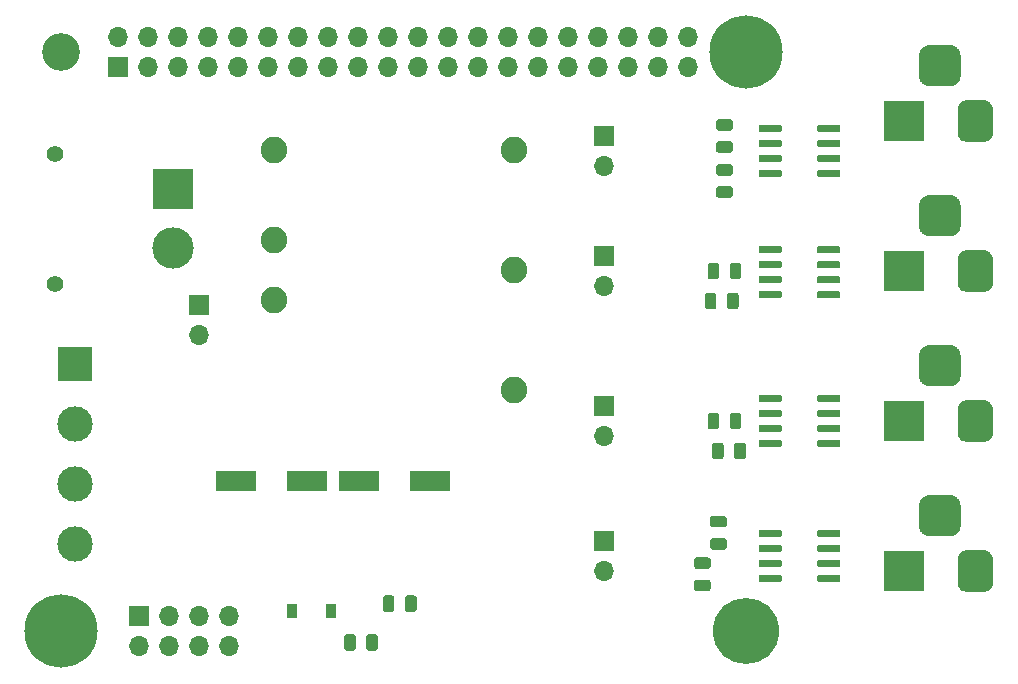
<source format=gts>
G04 #@! TF.GenerationSoftware,KiCad,Pcbnew,(5.1.5)-3*
G04 #@! TF.CreationDate,2020-10-25T23:42:07+01:00*
G04 #@! TF.ProjectId,alim_hat,616c696d-5f68-4617-942e-6b696361645f,rev?*
G04 #@! TF.SameCoordinates,Original*
G04 #@! TF.FileFunction,Soldermask,Top*
G04 #@! TF.FilePolarity,Negative*
%FSLAX46Y46*%
G04 Gerber Fmt 4.6, Leading zero omitted, Abs format (unit mm)*
G04 Created by KiCad (PCBNEW (5.1.5)-3) date 2020-10-25 23:42:07*
%MOMM*%
%LPD*%
G04 APERTURE LIST*
%ADD10C,0.150000*%
%ADD11R,0.900000X1.200000*%
%ADD12R,3.400000X1.800000*%
%ADD13C,5.600000*%
%ADD14C,6.200000*%
%ADD15C,3.200000*%
%ADD16C,3.500000*%
%ADD17R,3.500000X3.500000*%
%ADD18C,1.400000*%
%ADD19O,1.700000X1.700000*%
%ADD20R,1.700000X1.700000*%
%ADD21C,2.250000*%
%ADD22C,3.000000*%
%ADD23R,3.000000X3.000000*%
G04 APERTURE END LIST*
D10*
G36*
X230128122Y-146469074D02*
G01*
X230151783Y-146472584D01*
X230174987Y-146478396D01*
X230197509Y-146486454D01*
X230219133Y-146496682D01*
X230239650Y-146508979D01*
X230258863Y-146523229D01*
X230276587Y-146539293D01*
X230292651Y-146557017D01*
X230306901Y-146576230D01*
X230319198Y-146596747D01*
X230329426Y-146618371D01*
X230337484Y-146640893D01*
X230343296Y-146664097D01*
X230346806Y-146687758D01*
X230347980Y-146711650D01*
X230347980Y-147624150D01*
X230346806Y-147648042D01*
X230343296Y-147671703D01*
X230337484Y-147694907D01*
X230329426Y-147717429D01*
X230319198Y-147739053D01*
X230306901Y-147759570D01*
X230292651Y-147778783D01*
X230276587Y-147796507D01*
X230258863Y-147812571D01*
X230239650Y-147826821D01*
X230219133Y-147839118D01*
X230197509Y-147849346D01*
X230174987Y-147857404D01*
X230151783Y-147863216D01*
X230128122Y-147866726D01*
X230104230Y-147867900D01*
X229616730Y-147867900D01*
X229592838Y-147866726D01*
X229569177Y-147863216D01*
X229545973Y-147857404D01*
X229523451Y-147849346D01*
X229501827Y-147839118D01*
X229481310Y-147826821D01*
X229462097Y-147812571D01*
X229444373Y-147796507D01*
X229428309Y-147778783D01*
X229414059Y-147759570D01*
X229401762Y-147739053D01*
X229391534Y-147717429D01*
X229383476Y-147694907D01*
X229377664Y-147671703D01*
X229374154Y-147648042D01*
X229372980Y-147624150D01*
X229372980Y-146711650D01*
X229374154Y-146687758D01*
X229377664Y-146664097D01*
X229383476Y-146640893D01*
X229391534Y-146618371D01*
X229401762Y-146596747D01*
X229414059Y-146576230D01*
X229428309Y-146557017D01*
X229444373Y-146539293D01*
X229462097Y-146523229D01*
X229481310Y-146508979D01*
X229501827Y-146496682D01*
X229523451Y-146486454D01*
X229545973Y-146478396D01*
X229569177Y-146472584D01*
X229592838Y-146469074D01*
X229616730Y-146467900D01*
X230104230Y-146467900D01*
X230128122Y-146469074D01*
G37*
G36*
X228253122Y-146469074D02*
G01*
X228276783Y-146472584D01*
X228299987Y-146478396D01*
X228322509Y-146486454D01*
X228344133Y-146496682D01*
X228364650Y-146508979D01*
X228383863Y-146523229D01*
X228401587Y-146539293D01*
X228417651Y-146557017D01*
X228431901Y-146576230D01*
X228444198Y-146596747D01*
X228454426Y-146618371D01*
X228462484Y-146640893D01*
X228468296Y-146664097D01*
X228471806Y-146687758D01*
X228472980Y-146711650D01*
X228472980Y-147624150D01*
X228471806Y-147648042D01*
X228468296Y-147671703D01*
X228462484Y-147694907D01*
X228454426Y-147717429D01*
X228444198Y-147739053D01*
X228431901Y-147759570D01*
X228417651Y-147778783D01*
X228401587Y-147796507D01*
X228383863Y-147812571D01*
X228364650Y-147826821D01*
X228344133Y-147839118D01*
X228322509Y-147849346D01*
X228299987Y-147857404D01*
X228276783Y-147863216D01*
X228253122Y-147866726D01*
X228229230Y-147867900D01*
X227741730Y-147867900D01*
X227717838Y-147866726D01*
X227694177Y-147863216D01*
X227670973Y-147857404D01*
X227648451Y-147849346D01*
X227626827Y-147839118D01*
X227606310Y-147826821D01*
X227587097Y-147812571D01*
X227569373Y-147796507D01*
X227553309Y-147778783D01*
X227539059Y-147759570D01*
X227526762Y-147739053D01*
X227516534Y-147717429D01*
X227508476Y-147694907D01*
X227502664Y-147671703D01*
X227499154Y-147648042D01*
X227497980Y-147624150D01*
X227497980Y-146711650D01*
X227499154Y-146687758D01*
X227502664Y-146664097D01*
X227508476Y-146640893D01*
X227516534Y-146618371D01*
X227526762Y-146596747D01*
X227539059Y-146576230D01*
X227553309Y-146557017D01*
X227569373Y-146539293D01*
X227587097Y-146523229D01*
X227606310Y-146508979D01*
X227626827Y-146496682D01*
X227648451Y-146486454D01*
X227670973Y-146478396D01*
X227694177Y-146472584D01*
X227717838Y-146469074D01*
X227741730Y-146467900D01*
X228229230Y-146467900D01*
X228253122Y-146469074D01*
G37*
D11*
X223066740Y-144508520D03*
X226366740Y-144508520D03*
D12*
X224369020Y-133497620D03*
X218369020Y-133497620D03*
D13*
X261510000Y-146190000D03*
D14*
X203510000Y-146200000D03*
X261510000Y-97200000D03*
D15*
X203510000Y-97200000D03*
D10*
G36*
X231537342Y-143182314D02*
G01*
X231561003Y-143185824D01*
X231584207Y-143191636D01*
X231606729Y-143199694D01*
X231628353Y-143209922D01*
X231648870Y-143222219D01*
X231668083Y-143236469D01*
X231685807Y-143252533D01*
X231701871Y-143270257D01*
X231716121Y-143289470D01*
X231728418Y-143309987D01*
X231738646Y-143331611D01*
X231746704Y-143354133D01*
X231752516Y-143377337D01*
X231756026Y-143400998D01*
X231757200Y-143424890D01*
X231757200Y-144337390D01*
X231756026Y-144361282D01*
X231752516Y-144384943D01*
X231746704Y-144408147D01*
X231738646Y-144430669D01*
X231728418Y-144452293D01*
X231716121Y-144472810D01*
X231701871Y-144492023D01*
X231685807Y-144509747D01*
X231668083Y-144525811D01*
X231648870Y-144540061D01*
X231628353Y-144552358D01*
X231606729Y-144562586D01*
X231584207Y-144570644D01*
X231561003Y-144576456D01*
X231537342Y-144579966D01*
X231513450Y-144581140D01*
X231025950Y-144581140D01*
X231002058Y-144579966D01*
X230978397Y-144576456D01*
X230955193Y-144570644D01*
X230932671Y-144562586D01*
X230911047Y-144552358D01*
X230890530Y-144540061D01*
X230871317Y-144525811D01*
X230853593Y-144509747D01*
X230837529Y-144492023D01*
X230823279Y-144472810D01*
X230810982Y-144452293D01*
X230800754Y-144430669D01*
X230792696Y-144408147D01*
X230786884Y-144384943D01*
X230783374Y-144361282D01*
X230782200Y-144337390D01*
X230782200Y-143424890D01*
X230783374Y-143400998D01*
X230786884Y-143377337D01*
X230792696Y-143354133D01*
X230800754Y-143331611D01*
X230810982Y-143309987D01*
X230823279Y-143289470D01*
X230837529Y-143270257D01*
X230853593Y-143252533D01*
X230871317Y-143236469D01*
X230890530Y-143222219D01*
X230911047Y-143209922D01*
X230932671Y-143199694D01*
X230955193Y-143191636D01*
X230978397Y-143185824D01*
X231002058Y-143182314D01*
X231025950Y-143181140D01*
X231513450Y-143181140D01*
X231537342Y-143182314D01*
G37*
G36*
X233412342Y-143182314D02*
G01*
X233436003Y-143185824D01*
X233459207Y-143191636D01*
X233481729Y-143199694D01*
X233503353Y-143209922D01*
X233523870Y-143222219D01*
X233543083Y-143236469D01*
X233560807Y-143252533D01*
X233576871Y-143270257D01*
X233591121Y-143289470D01*
X233603418Y-143309987D01*
X233613646Y-143331611D01*
X233621704Y-143354133D01*
X233627516Y-143377337D01*
X233631026Y-143400998D01*
X233632200Y-143424890D01*
X233632200Y-144337390D01*
X233631026Y-144361282D01*
X233627516Y-144384943D01*
X233621704Y-144408147D01*
X233613646Y-144430669D01*
X233603418Y-144452293D01*
X233591121Y-144472810D01*
X233576871Y-144492023D01*
X233560807Y-144509747D01*
X233543083Y-144525811D01*
X233523870Y-144540061D01*
X233503353Y-144552358D01*
X233481729Y-144562586D01*
X233459207Y-144570644D01*
X233436003Y-144576456D01*
X233412342Y-144579966D01*
X233388450Y-144581140D01*
X232900950Y-144581140D01*
X232877058Y-144579966D01*
X232853397Y-144576456D01*
X232830193Y-144570644D01*
X232807671Y-144562586D01*
X232786047Y-144552358D01*
X232765530Y-144540061D01*
X232746317Y-144525811D01*
X232728593Y-144509747D01*
X232712529Y-144492023D01*
X232698279Y-144472810D01*
X232685982Y-144452293D01*
X232675754Y-144430669D01*
X232667696Y-144408147D01*
X232661884Y-144384943D01*
X232658374Y-144361282D01*
X232657200Y-144337390D01*
X232657200Y-143424890D01*
X232658374Y-143400998D01*
X232661884Y-143377337D01*
X232667696Y-143354133D01*
X232675754Y-143331611D01*
X232685982Y-143309987D01*
X232698279Y-143289470D01*
X232712529Y-143270257D01*
X232728593Y-143252533D01*
X232746317Y-143236469D01*
X232765530Y-143222219D01*
X232786047Y-143209922D01*
X232807671Y-143199694D01*
X232830193Y-143191636D01*
X232853397Y-143185824D01*
X232877058Y-143182314D01*
X232900950Y-143181140D01*
X233388450Y-143181140D01*
X233412342Y-143182314D01*
G37*
D16*
X213030200Y-113793580D03*
D17*
X213030200Y-108793580D03*
D18*
X203030200Y-116793580D03*
X203030200Y-105793580D03*
D19*
X215176500Y-121143060D03*
D20*
X215176500Y-118603060D03*
D21*
X241910000Y-105510000D03*
X241910000Y-115670000D03*
X241910000Y-125830000D03*
X221590000Y-118210000D03*
X221590000Y-113130000D03*
X221590000Y-105510000D03*
D10*
G36*
X259662142Y-136452754D02*
G01*
X259685803Y-136456264D01*
X259709007Y-136462076D01*
X259731529Y-136470134D01*
X259753153Y-136480362D01*
X259773670Y-136492659D01*
X259792883Y-136506909D01*
X259810607Y-136522973D01*
X259826671Y-136540697D01*
X259840921Y-136559910D01*
X259853218Y-136580427D01*
X259863446Y-136602051D01*
X259871504Y-136624573D01*
X259877316Y-136647777D01*
X259880826Y-136671438D01*
X259882000Y-136695330D01*
X259882000Y-137182830D01*
X259880826Y-137206722D01*
X259877316Y-137230383D01*
X259871504Y-137253587D01*
X259863446Y-137276109D01*
X259853218Y-137297733D01*
X259840921Y-137318250D01*
X259826671Y-137337463D01*
X259810607Y-137355187D01*
X259792883Y-137371251D01*
X259773670Y-137385501D01*
X259753153Y-137397798D01*
X259731529Y-137408026D01*
X259709007Y-137416084D01*
X259685803Y-137421896D01*
X259662142Y-137425406D01*
X259638250Y-137426580D01*
X258725750Y-137426580D01*
X258701858Y-137425406D01*
X258678197Y-137421896D01*
X258654993Y-137416084D01*
X258632471Y-137408026D01*
X258610847Y-137397798D01*
X258590330Y-137385501D01*
X258571117Y-137371251D01*
X258553393Y-137355187D01*
X258537329Y-137337463D01*
X258523079Y-137318250D01*
X258510782Y-137297733D01*
X258500554Y-137276109D01*
X258492496Y-137253587D01*
X258486684Y-137230383D01*
X258483174Y-137206722D01*
X258482000Y-137182830D01*
X258482000Y-136695330D01*
X258483174Y-136671438D01*
X258486684Y-136647777D01*
X258492496Y-136624573D01*
X258500554Y-136602051D01*
X258510782Y-136580427D01*
X258523079Y-136559910D01*
X258537329Y-136540697D01*
X258553393Y-136522973D01*
X258571117Y-136506909D01*
X258590330Y-136492659D01*
X258610847Y-136480362D01*
X258632471Y-136470134D01*
X258654993Y-136462076D01*
X258678197Y-136456264D01*
X258701858Y-136452754D01*
X258725750Y-136451580D01*
X259638250Y-136451580D01*
X259662142Y-136452754D01*
G37*
G36*
X259662142Y-138327754D02*
G01*
X259685803Y-138331264D01*
X259709007Y-138337076D01*
X259731529Y-138345134D01*
X259753153Y-138355362D01*
X259773670Y-138367659D01*
X259792883Y-138381909D01*
X259810607Y-138397973D01*
X259826671Y-138415697D01*
X259840921Y-138434910D01*
X259853218Y-138455427D01*
X259863446Y-138477051D01*
X259871504Y-138499573D01*
X259877316Y-138522777D01*
X259880826Y-138546438D01*
X259882000Y-138570330D01*
X259882000Y-139057830D01*
X259880826Y-139081722D01*
X259877316Y-139105383D01*
X259871504Y-139128587D01*
X259863446Y-139151109D01*
X259853218Y-139172733D01*
X259840921Y-139193250D01*
X259826671Y-139212463D01*
X259810607Y-139230187D01*
X259792883Y-139246251D01*
X259773670Y-139260501D01*
X259753153Y-139272798D01*
X259731529Y-139283026D01*
X259709007Y-139291084D01*
X259685803Y-139296896D01*
X259662142Y-139300406D01*
X259638250Y-139301580D01*
X258725750Y-139301580D01*
X258701858Y-139300406D01*
X258678197Y-139296896D01*
X258654993Y-139291084D01*
X258632471Y-139283026D01*
X258610847Y-139272798D01*
X258590330Y-139260501D01*
X258571117Y-139246251D01*
X258553393Y-139230187D01*
X258537329Y-139212463D01*
X258523079Y-139193250D01*
X258510782Y-139172733D01*
X258500554Y-139151109D01*
X258492496Y-139128587D01*
X258486684Y-139105383D01*
X258483174Y-139081722D01*
X258482000Y-139057830D01*
X258482000Y-138570330D01*
X258483174Y-138546438D01*
X258486684Y-138522777D01*
X258492496Y-138499573D01*
X258500554Y-138477051D01*
X258510782Y-138455427D01*
X258523079Y-138434910D01*
X258537329Y-138415697D01*
X258553393Y-138397973D01*
X258571117Y-138381909D01*
X258590330Y-138367659D01*
X258610847Y-138355362D01*
X258632471Y-138345134D01*
X258654993Y-138337076D01*
X258678197Y-138331264D01*
X258701858Y-138327754D01*
X258725750Y-138326580D01*
X259638250Y-138326580D01*
X259662142Y-138327754D01*
G37*
G36*
X258310862Y-139965574D02*
G01*
X258334523Y-139969084D01*
X258357727Y-139974896D01*
X258380249Y-139982954D01*
X258401873Y-139993182D01*
X258422390Y-140005479D01*
X258441603Y-140019729D01*
X258459327Y-140035793D01*
X258475391Y-140053517D01*
X258489641Y-140072730D01*
X258501938Y-140093247D01*
X258512166Y-140114871D01*
X258520224Y-140137393D01*
X258526036Y-140160597D01*
X258529546Y-140184258D01*
X258530720Y-140208150D01*
X258530720Y-140695650D01*
X258529546Y-140719542D01*
X258526036Y-140743203D01*
X258520224Y-140766407D01*
X258512166Y-140788929D01*
X258501938Y-140810553D01*
X258489641Y-140831070D01*
X258475391Y-140850283D01*
X258459327Y-140868007D01*
X258441603Y-140884071D01*
X258422390Y-140898321D01*
X258401873Y-140910618D01*
X258380249Y-140920846D01*
X258357727Y-140928904D01*
X258334523Y-140934716D01*
X258310862Y-140938226D01*
X258286970Y-140939400D01*
X257374470Y-140939400D01*
X257350578Y-140938226D01*
X257326917Y-140934716D01*
X257303713Y-140928904D01*
X257281191Y-140920846D01*
X257259567Y-140910618D01*
X257239050Y-140898321D01*
X257219837Y-140884071D01*
X257202113Y-140868007D01*
X257186049Y-140850283D01*
X257171799Y-140831070D01*
X257159502Y-140810553D01*
X257149274Y-140788929D01*
X257141216Y-140766407D01*
X257135404Y-140743203D01*
X257131894Y-140719542D01*
X257130720Y-140695650D01*
X257130720Y-140208150D01*
X257131894Y-140184258D01*
X257135404Y-140160597D01*
X257141216Y-140137393D01*
X257149274Y-140114871D01*
X257159502Y-140093247D01*
X257171799Y-140072730D01*
X257186049Y-140053517D01*
X257202113Y-140035793D01*
X257219837Y-140019729D01*
X257239050Y-140005479D01*
X257259567Y-139993182D01*
X257281191Y-139982954D01*
X257303713Y-139974896D01*
X257326917Y-139969084D01*
X257350578Y-139965574D01*
X257374470Y-139964400D01*
X258286970Y-139964400D01*
X258310862Y-139965574D01*
G37*
G36*
X258310862Y-141840574D02*
G01*
X258334523Y-141844084D01*
X258357727Y-141849896D01*
X258380249Y-141857954D01*
X258401873Y-141868182D01*
X258422390Y-141880479D01*
X258441603Y-141894729D01*
X258459327Y-141910793D01*
X258475391Y-141928517D01*
X258489641Y-141947730D01*
X258501938Y-141968247D01*
X258512166Y-141989871D01*
X258520224Y-142012393D01*
X258526036Y-142035597D01*
X258529546Y-142059258D01*
X258530720Y-142083150D01*
X258530720Y-142570650D01*
X258529546Y-142594542D01*
X258526036Y-142618203D01*
X258520224Y-142641407D01*
X258512166Y-142663929D01*
X258501938Y-142685553D01*
X258489641Y-142706070D01*
X258475391Y-142725283D01*
X258459327Y-142743007D01*
X258441603Y-142759071D01*
X258422390Y-142773321D01*
X258401873Y-142785618D01*
X258380249Y-142795846D01*
X258357727Y-142803904D01*
X258334523Y-142809716D01*
X258310862Y-142813226D01*
X258286970Y-142814400D01*
X257374470Y-142814400D01*
X257350578Y-142813226D01*
X257326917Y-142809716D01*
X257303713Y-142803904D01*
X257281191Y-142795846D01*
X257259567Y-142785618D01*
X257239050Y-142773321D01*
X257219837Y-142759071D01*
X257202113Y-142743007D01*
X257186049Y-142725283D01*
X257171799Y-142706070D01*
X257159502Y-142685553D01*
X257149274Y-142663929D01*
X257141216Y-142641407D01*
X257135404Y-142618203D01*
X257131894Y-142594542D01*
X257130720Y-142570650D01*
X257130720Y-142083150D01*
X257131894Y-142059258D01*
X257135404Y-142035597D01*
X257141216Y-142012393D01*
X257149274Y-141989871D01*
X257159502Y-141968247D01*
X257171799Y-141947730D01*
X257186049Y-141928517D01*
X257202113Y-141910793D01*
X257219837Y-141894729D01*
X257239050Y-141880479D01*
X257259567Y-141868182D01*
X257281191Y-141857954D01*
X257303713Y-141849896D01*
X257326917Y-141844084D01*
X257350578Y-141840574D01*
X257374470Y-141839400D01*
X258286970Y-141839400D01*
X258310862Y-141840574D01*
G37*
G36*
X259020142Y-127711174D02*
G01*
X259043803Y-127714684D01*
X259067007Y-127720496D01*
X259089529Y-127728554D01*
X259111153Y-127738782D01*
X259131670Y-127751079D01*
X259150883Y-127765329D01*
X259168607Y-127781393D01*
X259184671Y-127799117D01*
X259198921Y-127818330D01*
X259211218Y-127838847D01*
X259221446Y-127860471D01*
X259229504Y-127882993D01*
X259235316Y-127906197D01*
X259238826Y-127929858D01*
X259240000Y-127953750D01*
X259240000Y-128866250D01*
X259238826Y-128890142D01*
X259235316Y-128913803D01*
X259229504Y-128937007D01*
X259221446Y-128959529D01*
X259211218Y-128981153D01*
X259198921Y-129001670D01*
X259184671Y-129020883D01*
X259168607Y-129038607D01*
X259150883Y-129054671D01*
X259131670Y-129068921D01*
X259111153Y-129081218D01*
X259089529Y-129091446D01*
X259067007Y-129099504D01*
X259043803Y-129105316D01*
X259020142Y-129108826D01*
X258996250Y-129110000D01*
X258508750Y-129110000D01*
X258484858Y-129108826D01*
X258461197Y-129105316D01*
X258437993Y-129099504D01*
X258415471Y-129091446D01*
X258393847Y-129081218D01*
X258373330Y-129068921D01*
X258354117Y-129054671D01*
X258336393Y-129038607D01*
X258320329Y-129020883D01*
X258306079Y-129001670D01*
X258293782Y-128981153D01*
X258283554Y-128959529D01*
X258275496Y-128937007D01*
X258269684Y-128913803D01*
X258266174Y-128890142D01*
X258265000Y-128866250D01*
X258265000Y-127953750D01*
X258266174Y-127929858D01*
X258269684Y-127906197D01*
X258275496Y-127882993D01*
X258283554Y-127860471D01*
X258293782Y-127838847D01*
X258306079Y-127818330D01*
X258320329Y-127799117D01*
X258336393Y-127781393D01*
X258354117Y-127765329D01*
X258373330Y-127751079D01*
X258393847Y-127738782D01*
X258415471Y-127728554D01*
X258437993Y-127720496D01*
X258461197Y-127714684D01*
X258484858Y-127711174D01*
X258508750Y-127710000D01*
X258996250Y-127710000D01*
X259020142Y-127711174D01*
G37*
G36*
X260895142Y-127711174D02*
G01*
X260918803Y-127714684D01*
X260942007Y-127720496D01*
X260964529Y-127728554D01*
X260986153Y-127738782D01*
X261006670Y-127751079D01*
X261025883Y-127765329D01*
X261043607Y-127781393D01*
X261059671Y-127799117D01*
X261073921Y-127818330D01*
X261086218Y-127838847D01*
X261096446Y-127860471D01*
X261104504Y-127882993D01*
X261110316Y-127906197D01*
X261113826Y-127929858D01*
X261115000Y-127953750D01*
X261115000Y-128866250D01*
X261113826Y-128890142D01*
X261110316Y-128913803D01*
X261104504Y-128937007D01*
X261096446Y-128959529D01*
X261086218Y-128981153D01*
X261073921Y-129001670D01*
X261059671Y-129020883D01*
X261043607Y-129038607D01*
X261025883Y-129054671D01*
X261006670Y-129068921D01*
X260986153Y-129081218D01*
X260964529Y-129091446D01*
X260942007Y-129099504D01*
X260918803Y-129105316D01*
X260895142Y-129108826D01*
X260871250Y-129110000D01*
X260383750Y-129110000D01*
X260359858Y-129108826D01*
X260336197Y-129105316D01*
X260312993Y-129099504D01*
X260290471Y-129091446D01*
X260268847Y-129081218D01*
X260248330Y-129068921D01*
X260229117Y-129054671D01*
X260211393Y-129038607D01*
X260195329Y-129020883D01*
X260181079Y-129001670D01*
X260168782Y-128981153D01*
X260158554Y-128959529D01*
X260150496Y-128937007D01*
X260144684Y-128913803D01*
X260141174Y-128890142D01*
X260140000Y-128866250D01*
X260140000Y-127953750D01*
X260141174Y-127929858D01*
X260144684Y-127906197D01*
X260150496Y-127882993D01*
X260158554Y-127860471D01*
X260168782Y-127838847D01*
X260181079Y-127818330D01*
X260195329Y-127799117D01*
X260211393Y-127781393D01*
X260229117Y-127765329D01*
X260248330Y-127751079D01*
X260268847Y-127738782D01*
X260290471Y-127728554D01*
X260312993Y-127720496D01*
X260336197Y-127714684D01*
X260359858Y-127711174D01*
X260383750Y-127710000D01*
X260871250Y-127710000D01*
X260895142Y-127711174D01*
G37*
G36*
X261275142Y-130251174D02*
G01*
X261298803Y-130254684D01*
X261322007Y-130260496D01*
X261344529Y-130268554D01*
X261366153Y-130278782D01*
X261386670Y-130291079D01*
X261405883Y-130305329D01*
X261423607Y-130321393D01*
X261439671Y-130339117D01*
X261453921Y-130358330D01*
X261466218Y-130378847D01*
X261476446Y-130400471D01*
X261484504Y-130422993D01*
X261490316Y-130446197D01*
X261493826Y-130469858D01*
X261495000Y-130493750D01*
X261495000Y-131406250D01*
X261493826Y-131430142D01*
X261490316Y-131453803D01*
X261484504Y-131477007D01*
X261476446Y-131499529D01*
X261466218Y-131521153D01*
X261453921Y-131541670D01*
X261439671Y-131560883D01*
X261423607Y-131578607D01*
X261405883Y-131594671D01*
X261386670Y-131608921D01*
X261366153Y-131621218D01*
X261344529Y-131631446D01*
X261322007Y-131639504D01*
X261298803Y-131645316D01*
X261275142Y-131648826D01*
X261251250Y-131650000D01*
X260763750Y-131650000D01*
X260739858Y-131648826D01*
X260716197Y-131645316D01*
X260692993Y-131639504D01*
X260670471Y-131631446D01*
X260648847Y-131621218D01*
X260628330Y-131608921D01*
X260609117Y-131594671D01*
X260591393Y-131578607D01*
X260575329Y-131560883D01*
X260561079Y-131541670D01*
X260548782Y-131521153D01*
X260538554Y-131499529D01*
X260530496Y-131477007D01*
X260524684Y-131453803D01*
X260521174Y-131430142D01*
X260520000Y-131406250D01*
X260520000Y-130493750D01*
X260521174Y-130469858D01*
X260524684Y-130446197D01*
X260530496Y-130422993D01*
X260538554Y-130400471D01*
X260548782Y-130378847D01*
X260561079Y-130358330D01*
X260575329Y-130339117D01*
X260591393Y-130321393D01*
X260609117Y-130305329D01*
X260628330Y-130291079D01*
X260648847Y-130278782D01*
X260670471Y-130268554D01*
X260692993Y-130260496D01*
X260716197Y-130254684D01*
X260739858Y-130251174D01*
X260763750Y-130250000D01*
X261251250Y-130250000D01*
X261275142Y-130251174D01*
G37*
G36*
X259400142Y-130251174D02*
G01*
X259423803Y-130254684D01*
X259447007Y-130260496D01*
X259469529Y-130268554D01*
X259491153Y-130278782D01*
X259511670Y-130291079D01*
X259530883Y-130305329D01*
X259548607Y-130321393D01*
X259564671Y-130339117D01*
X259578921Y-130358330D01*
X259591218Y-130378847D01*
X259601446Y-130400471D01*
X259609504Y-130422993D01*
X259615316Y-130446197D01*
X259618826Y-130469858D01*
X259620000Y-130493750D01*
X259620000Y-131406250D01*
X259618826Y-131430142D01*
X259615316Y-131453803D01*
X259609504Y-131477007D01*
X259601446Y-131499529D01*
X259591218Y-131521153D01*
X259578921Y-131541670D01*
X259564671Y-131560883D01*
X259548607Y-131578607D01*
X259530883Y-131594671D01*
X259511670Y-131608921D01*
X259491153Y-131621218D01*
X259469529Y-131631446D01*
X259447007Y-131639504D01*
X259423803Y-131645316D01*
X259400142Y-131648826D01*
X259376250Y-131650000D01*
X258888750Y-131650000D01*
X258864858Y-131648826D01*
X258841197Y-131645316D01*
X258817993Y-131639504D01*
X258795471Y-131631446D01*
X258773847Y-131621218D01*
X258753330Y-131608921D01*
X258734117Y-131594671D01*
X258716393Y-131578607D01*
X258700329Y-131560883D01*
X258686079Y-131541670D01*
X258673782Y-131521153D01*
X258663554Y-131499529D01*
X258655496Y-131477007D01*
X258649684Y-131453803D01*
X258646174Y-131430142D01*
X258645000Y-131406250D01*
X258645000Y-130493750D01*
X258646174Y-130469858D01*
X258649684Y-130446197D01*
X258655496Y-130422993D01*
X258663554Y-130400471D01*
X258673782Y-130378847D01*
X258686079Y-130358330D01*
X258700329Y-130339117D01*
X258716393Y-130321393D01*
X258734117Y-130305329D01*
X258753330Y-130291079D01*
X258773847Y-130278782D01*
X258795471Y-130268554D01*
X258817993Y-130260496D01*
X258841197Y-130254684D01*
X258864858Y-130251174D01*
X258888750Y-130250000D01*
X259376250Y-130250000D01*
X259400142Y-130251174D01*
G37*
G36*
X259020142Y-115011174D02*
G01*
X259043803Y-115014684D01*
X259067007Y-115020496D01*
X259089529Y-115028554D01*
X259111153Y-115038782D01*
X259131670Y-115051079D01*
X259150883Y-115065329D01*
X259168607Y-115081393D01*
X259184671Y-115099117D01*
X259198921Y-115118330D01*
X259211218Y-115138847D01*
X259221446Y-115160471D01*
X259229504Y-115182993D01*
X259235316Y-115206197D01*
X259238826Y-115229858D01*
X259240000Y-115253750D01*
X259240000Y-116166250D01*
X259238826Y-116190142D01*
X259235316Y-116213803D01*
X259229504Y-116237007D01*
X259221446Y-116259529D01*
X259211218Y-116281153D01*
X259198921Y-116301670D01*
X259184671Y-116320883D01*
X259168607Y-116338607D01*
X259150883Y-116354671D01*
X259131670Y-116368921D01*
X259111153Y-116381218D01*
X259089529Y-116391446D01*
X259067007Y-116399504D01*
X259043803Y-116405316D01*
X259020142Y-116408826D01*
X258996250Y-116410000D01*
X258508750Y-116410000D01*
X258484858Y-116408826D01*
X258461197Y-116405316D01*
X258437993Y-116399504D01*
X258415471Y-116391446D01*
X258393847Y-116381218D01*
X258373330Y-116368921D01*
X258354117Y-116354671D01*
X258336393Y-116338607D01*
X258320329Y-116320883D01*
X258306079Y-116301670D01*
X258293782Y-116281153D01*
X258283554Y-116259529D01*
X258275496Y-116237007D01*
X258269684Y-116213803D01*
X258266174Y-116190142D01*
X258265000Y-116166250D01*
X258265000Y-115253750D01*
X258266174Y-115229858D01*
X258269684Y-115206197D01*
X258275496Y-115182993D01*
X258283554Y-115160471D01*
X258293782Y-115138847D01*
X258306079Y-115118330D01*
X258320329Y-115099117D01*
X258336393Y-115081393D01*
X258354117Y-115065329D01*
X258373330Y-115051079D01*
X258393847Y-115038782D01*
X258415471Y-115028554D01*
X258437993Y-115020496D01*
X258461197Y-115014684D01*
X258484858Y-115011174D01*
X258508750Y-115010000D01*
X258996250Y-115010000D01*
X259020142Y-115011174D01*
G37*
G36*
X260895142Y-115011174D02*
G01*
X260918803Y-115014684D01*
X260942007Y-115020496D01*
X260964529Y-115028554D01*
X260986153Y-115038782D01*
X261006670Y-115051079D01*
X261025883Y-115065329D01*
X261043607Y-115081393D01*
X261059671Y-115099117D01*
X261073921Y-115118330D01*
X261086218Y-115138847D01*
X261096446Y-115160471D01*
X261104504Y-115182993D01*
X261110316Y-115206197D01*
X261113826Y-115229858D01*
X261115000Y-115253750D01*
X261115000Y-116166250D01*
X261113826Y-116190142D01*
X261110316Y-116213803D01*
X261104504Y-116237007D01*
X261096446Y-116259529D01*
X261086218Y-116281153D01*
X261073921Y-116301670D01*
X261059671Y-116320883D01*
X261043607Y-116338607D01*
X261025883Y-116354671D01*
X261006670Y-116368921D01*
X260986153Y-116381218D01*
X260964529Y-116391446D01*
X260942007Y-116399504D01*
X260918803Y-116405316D01*
X260895142Y-116408826D01*
X260871250Y-116410000D01*
X260383750Y-116410000D01*
X260359858Y-116408826D01*
X260336197Y-116405316D01*
X260312993Y-116399504D01*
X260290471Y-116391446D01*
X260268847Y-116381218D01*
X260248330Y-116368921D01*
X260229117Y-116354671D01*
X260211393Y-116338607D01*
X260195329Y-116320883D01*
X260181079Y-116301670D01*
X260168782Y-116281153D01*
X260158554Y-116259529D01*
X260150496Y-116237007D01*
X260144684Y-116213803D01*
X260141174Y-116190142D01*
X260140000Y-116166250D01*
X260140000Y-115253750D01*
X260141174Y-115229858D01*
X260144684Y-115206197D01*
X260150496Y-115182993D01*
X260158554Y-115160471D01*
X260168782Y-115138847D01*
X260181079Y-115118330D01*
X260195329Y-115099117D01*
X260211393Y-115081393D01*
X260229117Y-115065329D01*
X260248330Y-115051079D01*
X260268847Y-115038782D01*
X260290471Y-115028554D01*
X260312993Y-115020496D01*
X260336197Y-115014684D01*
X260359858Y-115011174D01*
X260383750Y-115010000D01*
X260871250Y-115010000D01*
X260895142Y-115011174D01*
G37*
G36*
X260675142Y-117551174D02*
G01*
X260698803Y-117554684D01*
X260722007Y-117560496D01*
X260744529Y-117568554D01*
X260766153Y-117578782D01*
X260786670Y-117591079D01*
X260805883Y-117605329D01*
X260823607Y-117621393D01*
X260839671Y-117639117D01*
X260853921Y-117658330D01*
X260866218Y-117678847D01*
X260876446Y-117700471D01*
X260884504Y-117722993D01*
X260890316Y-117746197D01*
X260893826Y-117769858D01*
X260895000Y-117793750D01*
X260895000Y-118706250D01*
X260893826Y-118730142D01*
X260890316Y-118753803D01*
X260884504Y-118777007D01*
X260876446Y-118799529D01*
X260866218Y-118821153D01*
X260853921Y-118841670D01*
X260839671Y-118860883D01*
X260823607Y-118878607D01*
X260805883Y-118894671D01*
X260786670Y-118908921D01*
X260766153Y-118921218D01*
X260744529Y-118931446D01*
X260722007Y-118939504D01*
X260698803Y-118945316D01*
X260675142Y-118948826D01*
X260651250Y-118950000D01*
X260163750Y-118950000D01*
X260139858Y-118948826D01*
X260116197Y-118945316D01*
X260092993Y-118939504D01*
X260070471Y-118931446D01*
X260048847Y-118921218D01*
X260028330Y-118908921D01*
X260009117Y-118894671D01*
X259991393Y-118878607D01*
X259975329Y-118860883D01*
X259961079Y-118841670D01*
X259948782Y-118821153D01*
X259938554Y-118799529D01*
X259930496Y-118777007D01*
X259924684Y-118753803D01*
X259921174Y-118730142D01*
X259920000Y-118706250D01*
X259920000Y-117793750D01*
X259921174Y-117769858D01*
X259924684Y-117746197D01*
X259930496Y-117722993D01*
X259938554Y-117700471D01*
X259948782Y-117678847D01*
X259961079Y-117658330D01*
X259975329Y-117639117D01*
X259991393Y-117621393D01*
X260009117Y-117605329D01*
X260028330Y-117591079D01*
X260048847Y-117578782D01*
X260070471Y-117568554D01*
X260092993Y-117560496D01*
X260116197Y-117554684D01*
X260139858Y-117551174D01*
X260163750Y-117550000D01*
X260651250Y-117550000D01*
X260675142Y-117551174D01*
G37*
G36*
X258800142Y-117551174D02*
G01*
X258823803Y-117554684D01*
X258847007Y-117560496D01*
X258869529Y-117568554D01*
X258891153Y-117578782D01*
X258911670Y-117591079D01*
X258930883Y-117605329D01*
X258948607Y-117621393D01*
X258964671Y-117639117D01*
X258978921Y-117658330D01*
X258991218Y-117678847D01*
X259001446Y-117700471D01*
X259009504Y-117722993D01*
X259015316Y-117746197D01*
X259018826Y-117769858D01*
X259020000Y-117793750D01*
X259020000Y-118706250D01*
X259018826Y-118730142D01*
X259015316Y-118753803D01*
X259009504Y-118777007D01*
X259001446Y-118799529D01*
X258991218Y-118821153D01*
X258978921Y-118841670D01*
X258964671Y-118860883D01*
X258948607Y-118878607D01*
X258930883Y-118894671D01*
X258911670Y-118908921D01*
X258891153Y-118921218D01*
X258869529Y-118931446D01*
X258847007Y-118939504D01*
X258823803Y-118945316D01*
X258800142Y-118948826D01*
X258776250Y-118950000D01*
X258288750Y-118950000D01*
X258264858Y-118948826D01*
X258241197Y-118945316D01*
X258217993Y-118939504D01*
X258195471Y-118931446D01*
X258173847Y-118921218D01*
X258153330Y-118908921D01*
X258134117Y-118894671D01*
X258116393Y-118878607D01*
X258100329Y-118860883D01*
X258086079Y-118841670D01*
X258073782Y-118821153D01*
X258063554Y-118799529D01*
X258055496Y-118777007D01*
X258049684Y-118753803D01*
X258046174Y-118730142D01*
X258045000Y-118706250D01*
X258045000Y-117793750D01*
X258046174Y-117769858D01*
X258049684Y-117746197D01*
X258055496Y-117722993D01*
X258063554Y-117700471D01*
X258073782Y-117678847D01*
X258086079Y-117658330D01*
X258100329Y-117639117D01*
X258116393Y-117621393D01*
X258134117Y-117605329D01*
X258153330Y-117591079D01*
X258173847Y-117578782D01*
X258195471Y-117568554D01*
X258217993Y-117560496D01*
X258241197Y-117554684D01*
X258264858Y-117551174D01*
X258288750Y-117550000D01*
X258776250Y-117550000D01*
X258800142Y-117551174D01*
G37*
G36*
X260170142Y-102856174D02*
G01*
X260193803Y-102859684D01*
X260217007Y-102865496D01*
X260239529Y-102873554D01*
X260261153Y-102883782D01*
X260281670Y-102896079D01*
X260300883Y-102910329D01*
X260318607Y-102926393D01*
X260334671Y-102944117D01*
X260348921Y-102963330D01*
X260361218Y-102983847D01*
X260371446Y-103005471D01*
X260379504Y-103027993D01*
X260385316Y-103051197D01*
X260388826Y-103074858D01*
X260390000Y-103098750D01*
X260390000Y-103586250D01*
X260388826Y-103610142D01*
X260385316Y-103633803D01*
X260379504Y-103657007D01*
X260371446Y-103679529D01*
X260361218Y-103701153D01*
X260348921Y-103721670D01*
X260334671Y-103740883D01*
X260318607Y-103758607D01*
X260300883Y-103774671D01*
X260281670Y-103788921D01*
X260261153Y-103801218D01*
X260239529Y-103811446D01*
X260217007Y-103819504D01*
X260193803Y-103825316D01*
X260170142Y-103828826D01*
X260146250Y-103830000D01*
X259233750Y-103830000D01*
X259209858Y-103828826D01*
X259186197Y-103825316D01*
X259162993Y-103819504D01*
X259140471Y-103811446D01*
X259118847Y-103801218D01*
X259098330Y-103788921D01*
X259079117Y-103774671D01*
X259061393Y-103758607D01*
X259045329Y-103740883D01*
X259031079Y-103721670D01*
X259018782Y-103701153D01*
X259008554Y-103679529D01*
X259000496Y-103657007D01*
X258994684Y-103633803D01*
X258991174Y-103610142D01*
X258990000Y-103586250D01*
X258990000Y-103098750D01*
X258991174Y-103074858D01*
X258994684Y-103051197D01*
X259000496Y-103027993D01*
X259008554Y-103005471D01*
X259018782Y-102983847D01*
X259031079Y-102963330D01*
X259045329Y-102944117D01*
X259061393Y-102926393D01*
X259079117Y-102910329D01*
X259098330Y-102896079D01*
X259118847Y-102883782D01*
X259140471Y-102873554D01*
X259162993Y-102865496D01*
X259186197Y-102859684D01*
X259209858Y-102856174D01*
X259233750Y-102855000D01*
X260146250Y-102855000D01*
X260170142Y-102856174D01*
G37*
G36*
X260170142Y-104731174D02*
G01*
X260193803Y-104734684D01*
X260217007Y-104740496D01*
X260239529Y-104748554D01*
X260261153Y-104758782D01*
X260281670Y-104771079D01*
X260300883Y-104785329D01*
X260318607Y-104801393D01*
X260334671Y-104819117D01*
X260348921Y-104838330D01*
X260361218Y-104858847D01*
X260371446Y-104880471D01*
X260379504Y-104902993D01*
X260385316Y-104926197D01*
X260388826Y-104949858D01*
X260390000Y-104973750D01*
X260390000Y-105461250D01*
X260388826Y-105485142D01*
X260385316Y-105508803D01*
X260379504Y-105532007D01*
X260371446Y-105554529D01*
X260361218Y-105576153D01*
X260348921Y-105596670D01*
X260334671Y-105615883D01*
X260318607Y-105633607D01*
X260300883Y-105649671D01*
X260281670Y-105663921D01*
X260261153Y-105676218D01*
X260239529Y-105686446D01*
X260217007Y-105694504D01*
X260193803Y-105700316D01*
X260170142Y-105703826D01*
X260146250Y-105705000D01*
X259233750Y-105705000D01*
X259209858Y-105703826D01*
X259186197Y-105700316D01*
X259162993Y-105694504D01*
X259140471Y-105686446D01*
X259118847Y-105676218D01*
X259098330Y-105663921D01*
X259079117Y-105649671D01*
X259061393Y-105633607D01*
X259045329Y-105615883D01*
X259031079Y-105596670D01*
X259018782Y-105576153D01*
X259008554Y-105554529D01*
X259000496Y-105532007D01*
X258994684Y-105508803D01*
X258991174Y-105485142D01*
X258990000Y-105461250D01*
X258990000Y-104973750D01*
X258991174Y-104949858D01*
X258994684Y-104926197D01*
X259000496Y-104902993D01*
X259008554Y-104880471D01*
X259018782Y-104858847D01*
X259031079Y-104838330D01*
X259045329Y-104819117D01*
X259061393Y-104801393D01*
X259079117Y-104785329D01*
X259098330Y-104771079D01*
X259118847Y-104758782D01*
X259140471Y-104748554D01*
X259162993Y-104740496D01*
X259186197Y-104734684D01*
X259209858Y-104731174D01*
X259233750Y-104730000D01*
X260146250Y-104730000D01*
X260170142Y-104731174D01*
G37*
G36*
X260170142Y-106666174D02*
G01*
X260193803Y-106669684D01*
X260217007Y-106675496D01*
X260239529Y-106683554D01*
X260261153Y-106693782D01*
X260281670Y-106706079D01*
X260300883Y-106720329D01*
X260318607Y-106736393D01*
X260334671Y-106754117D01*
X260348921Y-106773330D01*
X260361218Y-106793847D01*
X260371446Y-106815471D01*
X260379504Y-106837993D01*
X260385316Y-106861197D01*
X260388826Y-106884858D01*
X260390000Y-106908750D01*
X260390000Y-107396250D01*
X260388826Y-107420142D01*
X260385316Y-107443803D01*
X260379504Y-107467007D01*
X260371446Y-107489529D01*
X260361218Y-107511153D01*
X260348921Y-107531670D01*
X260334671Y-107550883D01*
X260318607Y-107568607D01*
X260300883Y-107584671D01*
X260281670Y-107598921D01*
X260261153Y-107611218D01*
X260239529Y-107621446D01*
X260217007Y-107629504D01*
X260193803Y-107635316D01*
X260170142Y-107638826D01*
X260146250Y-107640000D01*
X259233750Y-107640000D01*
X259209858Y-107638826D01*
X259186197Y-107635316D01*
X259162993Y-107629504D01*
X259140471Y-107621446D01*
X259118847Y-107611218D01*
X259098330Y-107598921D01*
X259079117Y-107584671D01*
X259061393Y-107568607D01*
X259045329Y-107550883D01*
X259031079Y-107531670D01*
X259018782Y-107511153D01*
X259008554Y-107489529D01*
X259000496Y-107467007D01*
X258994684Y-107443803D01*
X258991174Y-107420142D01*
X258990000Y-107396250D01*
X258990000Y-106908750D01*
X258991174Y-106884858D01*
X258994684Y-106861197D01*
X259000496Y-106837993D01*
X259008554Y-106815471D01*
X259018782Y-106793847D01*
X259031079Y-106773330D01*
X259045329Y-106754117D01*
X259061393Y-106736393D01*
X259079117Y-106720329D01*
X259098330Y-106706079D01*
X259118847Y-106693782D01*
X259140471Y-106683554D01*
X259162993Y-106675496D01*
X259186197Y-106669684D01*
X259209858Y-106666174D01*
X259233750Y-106665000D01*
X260146250Y-106665000D01*
X260170142Y-106666174D01*
G37*
G36*
X260170142Y-108541174D02*
G01*
X260193803Y-108544684D01*
X260217007Y-108550496D01*
X260239529Y-108558554D01*
X260261153Y-108568782D01*
X260281670Y-108581079D01*
X260300883Y-108595329D01*
X260318607Y-108611393D01*
X260334671Y-108629117D01*
X260348921Y-108648330D01*
X260361218Y-108668847D01*
X260371446Y-108690471D01*
X260379504Y-108712993D01*
X260385316Y-108736197D01*
X260388826Y-108759858D01*
X260390000Y-108783750D01*
X260390000Y-109271250D01*
X260388826Y-109295142D01*
X260385316Y-109318803D01*
X260379504Y-109342007D01*
X260371446Y-109364529D01*
X260361218Y-109386153D01*
X260348921Y-109406670D01*
X260334671Y-109425883D01*
X260318607Y-109443607D01*
X260300883Y-109459671D01*
X260281670Y-109473921D01*
X260261153Y-109486218D01*
X260239529Y-109496446D01*
X260217007Y-109504504D01*
X260193803Y-109510316D01*
X260170142Y-109513826D01*
X260146250Y-109515000D01*
X259233750Y-109515000D01*
X259209858Y-109513826D01*
X259186197Y-109510316D01*
X259162993Y-109504504D01*
X259140471Y-109496446D01*
X259118847Y-109486218D01*
X259098330Y-109473921D01*
X259079117Y-109459671D01*
X259061393Y-109443607D01*
X259045329Y-109425883D01*
X259031079Y-109406670D01*
X259018782Y-109386153D01*
X259008554Y-109364529D01*
X259000496Y-109342007D01*
X258994684Y-109318803D01*
X258991174Y-109295142D01*
X258990000Y-109271250D01*
X258990000Y-108783750D01*
X258991174Y-108759858D01*
X258994684Y-108736197D01*
X259000496Y-108712993D01*
X259008554Y-108690471D01*
X259018782Y-108668847D01*
X259031079Y-108648330D01*
X259045329Y-108629117D01*
X259061393Y-108611393D01*
X259079117Y-108595329D01*
X259098330Y-108581079D01*
X259118847Y-108568782D01*
X259140471Y-108558554D01*
X259162993Y-108550496D01*
X259186197Y-108544684D01*
X259209858Y-108541174D01*
X259233750Y-108540000D01*
X260146250Y-108540000D01*
X260170142Y-108541174D01*
G37*
D19*
X249530000Y-116980000D03*
D20*
X249530000Y-114440000D03*
D19*
X249530000Y-141110000D03*
D20*
X249530000Y-138570000D03*
D19*
X249530000Y-129680000D03*
D20*
X249530000Y-127140000D03*
D19*
X249530000Y-106820000D03*
D20*
X249530000Y-104280000D03*
D10*
G36*
X278890765Y-134664213D02*
G01*
X278975704Y-134676813D01*
X279058999Y-134697677D01*
X279139848Y-134726605D01*
X279217472Y-134763319D01*
X279291124Y-134807464D01*
X279360094Y-134858616D01*
X279423718Y-134916282D01*
X279481384Y-134979906D01*
X279532536Y-135048876D01*
X279576681Y-135122528D01*
X279613395Y-135200152D01*
X279642323Y-135281001D01*
X279663187Y-135364296D01*
X279675787Y-135449235D01*
X279680000Y-135535000D01*
X279680000Y-137285000D01*
X279675787Y-137370765D01*
X279663187Y-137455704D01*
X279642323Y-137538999D01*
X279613395Y-137619848D01*
X279576681Y-137697472D01*
X279532536Y-137771124D01*
X279481384Y-137840094D01*
X279423718Y-137903718D01*
X279360094Y-137961384D01*
X279291124Y-138012536D01*
X279217472Y-138056681D01*
X279139848Y-138093395D01*
X279058999Y-138122323D01*
X278975704Y-138143187D01*
X278890765Y-138155787D01*
X278805000Y-138160000D01*
X277055000Y-138160000D01*
X276969235Y-138155787D01*
X276884296Y-138143187D01*
X276801001Y-138122323D01*
X276720152Y-138093395D01*
X276642528Y-138056681D01*
X276568876Y-138012536D01*
X276499906Y-137961384D01*
X276436282Y-137903718D01*
X276378616Y-137840094D01*
X276327464Y-137771124D01*
X276283319Y-137697472D01*
X276246605Y-137619848D01*
X276217677Y-137538999D01*
X276196813Y-137455704D01*
X276184213Y-137370765D01*
X276180000Y-137285000D01*
X276180000Y-135535000D01*
X276184213Y-135449235D01*
X276196813Y-135364296D01*
X276217677Y-135281001D01*
X276246605Y-135200152D01*
X276283319Y-135122528D01*
X276327464Y-135048876D01*
X276378616Y-134979906D01*
X276436282Y-134916282D01*
X276499906Y-134858616D01*
X276568876Y-134807464D01*
X276642528Y-134763319D01*
X276720152Y-134726605D01*
X276801001Y-134697677D01*
X276884296Y-134676813D01*
X276969235Y-134664213D01*
X277055000Y-134660000D01*
X278805000Y-134660000D01*
X278890765Y-134664213D01*
G37*
G36*
X281753513Y-139363611D02*
G01*
X281826318Y-139374411D01*
X281897714Y-139392295D01*
X281967013Y-139417090D01*
X282033548Y-139448559D01*
X282096678Y-139486398D01*
X282155795Y-139530242D01*
X282210330Y-139579670D01*
X282259758Y-139634205D01*
X282303602Y-139693322D01*
X282341441Y-139756452D01*
X282372910Y-139822987D01*
X282397705Y-139892286D01*
X282415589Y-139963682D01*
X282426389Y-140036487D01*
X282430000Y-140110000D01*
X282430000Y-142110000D01*
X282426389Y-142183513D01*
X282415589Y-142256318D01*
X282397705Y-142327714D01*
X282372910Y-142397013D01*
X282341441Y-142463548D01*
X282303602Y-142526678D01*
X282259758Y-142585795D01*
X282210330Y-142640330D01*
X282155795Y-142689758D01*
X282096678Y-142733602D01*
X282033548Y-142771441D01*
X281967013Y-142802910D01*
X281897714Y-142827705D01*
X281826318Y-142845589D01*
X281753513Y-142856389D01*
X281680000Y-142860000D01*
X280180000Y-142860000D01*
X280106487Y-142856389D01*
X280033682Y-142845589D01*
X279962286Y-142827705D01*
X279892987Y-142802910D01*
X279826452Y-142771441D01*
X279763322Y-142733602D01*
X279704205Y-142689758D01*
X279649670Y-142640330D01*
X279600242Y-142585795D01*
X279556398Y-142526678D01*
X279518559Y-142463548D01*
X279487090Y-142397013D01*
X279462295Y-142327714D01*
X279444411Y-142256318D01*
X279433611Y-142183513D01*
X279430000Y-142110000D01*
X279430000Y-140110000D01*
X279433611Y-140036487D01*
X279444411Y-139963682D01*
X279462295Y-139892286D01*
X279487090Y-139822987D01*
X279518559Y-139756452D01*
X279556398Y-139693322D01*
X279600242Y-139634205D01*
X279649670Y-139579670D01*
X279704205Y-139530242D01*
X279763322Y-139486398D01*
X279826452Y-139448559D01*
X279892987Y-139417090D01*
X279962286Y-139392295D01*
X280033682Y-139374411D01*
X280106487Y-139363611D01*
X280180000Y-139360000D01*
X281680000Y-139360000D01*
X281753513Y-139363611D01*
G37*
D17*
X274930000Y-141110000D03*
D10*
G36*
X278890765Y-109264213D02*
G01*
X278975704Y-109276813D01*
X279058999Y-109297677D01*
X279139848Y-109326605D01*
X279217472Y-109363319D01*
X279291124Y-109407464D01*
X279360094Y-109458616D01*
X279423718Y-109516282D01*
X279481384Y-109579906D01*
X279532536Y-109648876D01*
X279576681Y-109722528D01*
X279613395Y-109800152D01*
X279642323Y-109881001D01*
X279663187Y-109964296D01*
X279675787Y-110049235D01*
X279680000Y-110135000D01*
X279680000Y-111885000D01*
X279675787Y-111970765D01*
X279663187Y-112055704D01*
X279642323Y-112138999D01*
X279613395Y-112219848D01*
X279576681Y-112297472D01*
X279532536Y-112371124D01*
X279481384Y-112440094D01*
X279423718Y-112503718D01*
X279360094Y-112561384D01*
X279291124Y-112612536D01*
X279217472Y-112656681D01*
X279139848Y-112693395D01*
X279058999Y-112722323D01*
X278975704Y-112743187D01*
X278890765Y-112755787D01*
X278805000Y-112760000D01*
X277055000Y-112760000D01*
X276969235Y-112755787D01*
X276884296Y-112743187D01*
X276801001Y-112722323D01*
X276720152Y-112693395D01*
X276642528Y-112656681D01*
X276568876Y-112612536D01*
X276499906Y-112561384D01*
X276436282Y-112503718D01*
X276378616Y-112440094D01*
X276327464Y-112371124D01*
X276283319Y-112297472D01*
X276246605Y-112219848D01*
X276217677Y-112138999D01*
X276196813Y-112055704D01*
X276184213Y-111970765D01*
X276180000Y-111885000D01*
X276180000Y-110135000D01*
X276184213Y-110049235D01*
X276196813Y-109964296D01*
X276217677Y-109881001D01*
X276246605Y-109800152D01*
X276283319Y-109722528D01*
X276327464Y-109648876D01*
X276378616Y-109579906D01*
X276436282Y-109516282D01*
X276499906Y-109458616D01*
X276568876Y-109407464D01*
X276642528Y-109363319D01*
X276720152Y-109326605D01*
X276801001Y-109297677D01*
X276884296Y-109276813D01*
X276969235Y-109264213D01*
X277055000Y-109260000D01*
X278805000Y-109260000D01*
X278890765Y-109264213D01*
G37*
G36*
X281753513Y-113963611D02*
G01*
X281826318Y-113974411D01*
X281897714Y-113992295D01*
X281967013Y-114017090D01*
X282033548Y-114048559D01*
X282096678Y-114086398D01*
X282155795Y-114130242D01*
X282210330Y-114179670D01*
X282259758Y-114234205D01*
X282303602Y-114293322D01*
X282341441Y-114356452D01*
X282372910Y-114422987D01*
X282397705Y-114492286D01*
X282415589Y-114563682D01*
X282426389Y-114636487D01*
X282430000Y-114710000D01*
X282430000Y-116710000D01*
X282426389Y-116783513D01*
X282415589Y-116856318D01*
X282397705Y-116927714D01*
X282372910Y-116997013D01*
X282341441Y-117063548D01*
X282303602Y-117126678D01*
X282259758Y-117185795D01*
X282210330Y-117240330D01*
X282155795Y-117289758D01*
X282096678Y-117333602D01*
X282033548Y-117371441D01*
X281967013Y-117402910D01*
X281897714Y-117427705D01*
X281826318Y-117445589D01*
X281753513Y-117456389D01*
X281680000Y-117460000D01*
X280180000Y-117460000D01*
X280106487Y-117456389D01*
X280033682Y-117445589D01*
X279962286Y-117427705D01*
X279892987Y-117402910D01*
X279826452Y-117371441D01*
X279763322Y-117333602D01*
X279704205Y-117289758D01*
X279649670Y-117240330D01*
X279600242Y-117185795D01*
X279556398Y-117126678D01*
X279518559Y-117063548D01*
X279487090Y-116997013D01*
X279462295Y-116927714D01*
X279444411Y-116856318D01*
X279433611Y-116783513D01*
X279430000Y-116710000D01*
X279430000Y-114710000D01*
X279433611Y-114636487D01*
X279444411Y-114563682D01*
X279462295Y-114492286D01*
X279487090Y-114422987D01*
X279518559Y-114356452D01*
X279556398Y-114293322D01*
X279600242Y-114234205D01*
X279649670Y-114179670D01*
X279704205Y-114130242D01*
X279763322Y-114086398D01*
X279826452Y-114048559D01*
X279892987Y-114017090D01*
X279962286Y-113992295D01*
X280033682Y-113974411D01*
X280106487Y-113963611D01*
X280180000Y-113960000D01*
X281680000Y-113960000D01*
X281753513Y-113963611D01*
G37*
D17*
X274930000Y-115710000D03*
D10*
G36*
X278890765Y-121964213D02*
G01*
X278975704Y-121976813D01*
X279058999Y-121997677D01*
X279139848Y-122026605D01*
X279217472Y-122063319D01*
X279291124Y-122107464D01*
X279360094Y-122158616D01*
X279423718Y-122216282D01*
X279481384Y-122279906D01*
X279532536Y-122348876D01*
X279576681Y-122422528D01*
X279613395Y-122500152D01*
X279642323Y-122581001D01*
X279663187Y-122664296D01*
X279675787Y-122749235D01*
X279680000Y-122835000D01*
X279680000Y-124585000D01*
X279675787Y-124670765D01*
X279663187Y-124755704D01*
X279642323Y-124838999D01*
X279613395Y-124919848D01*
X279576681Y-124997472D01*
X279532536Y-125071124D01*
X279481384Y-125140094D01*
X279423718Y-125203718D01*
X279360094Y-125261384D01*
X279291124Y-125312536D01*
X279217472Y-125356681D01*
X279139848Y-125393395D01*
X279058999Y-125422323D01*
X278975704Y-125443187D01*
X278890765Y-125455787D01*
X278805000Y-125460000D01*
X277055000Y-125460000D01*
X276969235Y-125455787D01*
X276884296Y-125443187D01*
X276801001Y-125422323D01*
X276720152Y-125393395D01*
X276642528Y-125356681D01*
X276568876Y-125312536D01*
X276499906Y-125261384D01*
X276436282Y-125203718D01*
X276378616Y-125140094D01*
X276327464Y-125071124D01*
X276283319Y-124997472D01*
X276246605Y-124919848D01*
X276217677Y-124838999D01*
X276196813Y-124755704D01*
X276184213Y-124670765D01*
X276180000Y-124585000D01*
X276180000Y-122835000D01*
X276184213Y-122749235D01*
X276196813Y-122664296D01*
X276217677Y-122581001D01*
X276246605Y-122500152D01*
X276283319Y-122422528D01*
X276327464Y-122348876D01*
X276378616Y-122279906D01*
X276436282Y-122216282D01*
X276499906Y-122158616D01*
X276568876Y-122107464D01*
X276642528Y-122063319D01*
X276720152Y-122026605D01*
X276801001Y-121997677D01*
X276884296Y-121976813D01*
X276969235Y-121964213D01*
X277055000Y-121960000D01*
X278805000Y-121960000D01*
X278890765Y-121964213D01*
G37*
G36*
X281753513Y-126663611D02*
G01*
X281826318Y-126674411D01*
X281897714Y-126692295D01*
X281967013Y-126717090D01*
X282033548Y-126748559D01*
X282096678Y-126786398D01*
X282155795Y-126830242D01*
X282210330Y-126879670D01*
X282259758Y-126934205D01*
X282303602Y-126993322D01*
X282341441Y-127056452D01*
X282372910Y-127122987D01*
X282397705Y-127192286D01*
X282415589Y-127263682D01*
X282426389Y-127336487D01*
X282430000Y-127410000D01*
X282430000Y-129410000D01*
X282426389Y-129483513D01*
X282415589Y-129556318D01*
X282397705Y-129627714D01*
X282372910Y-129697013D01*
X282341441Y-129763548D01*
X282303602Y-129826678D01*
X282259758Y-129885795D01*
X282210330Y-129940330D01*
X282155795Y-129989758D01*
X282096678Y-130033602D01*
X282033548Y-130071441D01*
X281967013Y-130102910D01*
X281897714Y-130127705D01*
X281826318Y-130145589D01*
X281753513Y-130156389D01*
X281680000Y-130160000D01*
X280180000Y-130160000D01*
X280106487Y-130156389D01*
X280033682Y-130145589D01*
X279962286Y-130127705D01*
X279892987Y-130102910D01*
X279826452Y-130071441D01*
X279763322Y-130033602D01*
X279704205Y-129989758D01*
X279649670Y-129940330D01*
X279600242Y-129885795D01*
X279556398Y-129826678D01*
X279518559Y-129763548D01*
X279487090Y-129697013D01*
X279462295Y-129627714D01*
X279444411Y-129556318D01*
X279433611Y-129483513D01*
X279430000Y-129410000D01*
X279430000Y-127410000D01*
X279433611Y-127336487D01*
X279444411Y-127263682D01*
X279462295Y-127192286D01*
X279487090Y-127122987D01*
X279518559Y-127056452D01*
X279556398Y-126993322D01*
X279600242Y-126934205D01*
X279649670Y-126879670D01*
X279704205Y-126830242D01*
X279763322Y-126786398D01*
X279826452Y-126748559D01*
X279892987Y-126717090D01*
X279962286Y-126692295D01*
X280033682Y-126674411D01*
X280106487Y-126663611D01*
X280180000Y-126660000D01*
X281680000Y-126660000D01*
X281753513Y-126663611D01*
G37*
D17*
X274930000Y-128410000D03*
D10*
G36*
X278890765Y-96564213D02*
G01*
X278975704Y-96576813D01*
X279058999Y-96597677D01*
X279139848Y-96626605D01*
X279217472Y-96663319D01*
X279291124Y-96707464D01*
X279360094Y-96758616D01*
X279423718Y-96816282D01*
X279481384Y-96879906D01*
X279532536Y-96948876D01*
X279576681Y-97022528D01*
X279613395Y-97100152D01*
X279642323Y-97181001D01*
X279663187Y-97264296D01*
X279675787Y-97349235D01*
X279680000Y-97435000D01*
X279680000Y-99185000D01*
X279675787Y-99270765D01*
X279663187Y-99355704D01*
X279642323Y-99438999D01*
X279613395Y-99519848D01*
X279576681Y-99597472D01*
X279532536Y-99671124D01*
X279481384Y-99740094D01*
X279423718Y-99803718D01*
X279360094Y-99861384D01*
X279291124Y-99912536D01*
X279217472Y-99956681D01*
X279139848Y-99993395D01*
X279058999Y-100022323D01*
X278975704Y-100043187D01*
X278890765Y-100055787D01*
X278805000Y-100060000D01*
X277055000Y-100060000D01*
X276969235Y-100055787D01*
X276884296Y-100043187D01*
X276801001Y-100022323D01*
X276720152Y-99993395D01*
X276642528Y-99956681D01*
X276568876Y-99912536D01*
X276499906Y-99861384D01*
X276436282Y-99803718D01*
X276378616Y-99740094D01*
X276327464Y-99671124D01*
X276283319Y-99597472D01*
X276246605Y-99519848D01*
X276217677Y-99438999D01*
X276196813Y-99355704D01*
X276184213Y-99270765D01*
X276180000Y-99185000D01*
X276180000Y-97435000D01*
X276184213Y-97349235D01*
X276196813Y-97264296D01*
X276217677Y-97181001D01*
X276246605Y-97100152D01*
X276283319Y-97022528D01*
X276327464Y-96948876D01*
X276378616Y-96879906D01*
X276436282Y-96816282D01*
X276499906Y-96758616D01*
X276568876Y-96707464D01*
X276642528Y-96663319D01*
X276720152Y-96626605D01*
X276801001Y-96597677D01*
X276884296Y-96576813D01*
X276969235Y-96564213D01*
X277055000Y-96560000D01*
X278805000Y-96560000D01*
X278890765Y-96564213D01*
G37*
G36*
X281753513Y-101263611D02*
G01*
X281826318Y-101274411D01*
X281897714Y-101292295D01*
X281967013Y-101317090D01*
X282033548Y-101348559D01*
X282096678Y-101386398D01*
X282155795Y-101430242D01*
X282210330Y-101479670D01*
X282259758Y-101534205D01*
X282303602Y-101593322D01*
X282341441Y-101656452D01*
X282372910Y-101722987D01*
X282397705Y-101792286D01*
X282415589Y-101863682D01*
X282426389Y-101936487D01*
X282430000Y-102010000D01*
X282430000Y-104010000D01*
X282426389Y-104083513D01*
X282415589Y-104156318D01*
X282397705Y-104227714D01*
X282372910Y-104297013D01*
X282341441Y-104363548D01*
X282303602Y-104426678D01*
X282259758Y-104485795D01*
X282210330Y-104540330D01*
X282155795Y-104589758D01*
X282096678Y-104633602D01*
X282033548Y-104671441D01*
X281967013Y-104702910D01*
X281897714Y-104727705D01*
X281826318Y-104745589D01*
X281753513Y-104756389D01*
X281680000Y-104760000D01*
X280180000Y-104760000D01*
X280106487Y-104756389D01*
X280033682Y-104745589D01*
X279962286Y-104727705D01*
X279892987Y-104702910D01*
X279826452Y-104671441D01*
X279763322Y-104633602D01*
X279704205Y-104589758D01*
X279649670Y-104540330D01*
X279600242Y-104485795D01*
X279556398Y-104426678D01*
X279518559Y-104363548D01*
X279487090Y-104297013D01*
X279462295Y-104227714D01*
X279444411Y-104156318D01*
X279433611Y-104083513D01*
X279430000Y-104010000D01*
X279430000Y-102010000D01*
X279433611Y-101936487D01*
X279444411Y-101863682D01*
X279462295Y-101792286D01*
X279487090Y-101722987D01*
X279518559Y-101656452D01*
X279556398Y-101593322D01*
X279600242Y-101534205D01*
X279649670Y-101479670D01*
X279704205Y-101430242D01*
X279763322Y-101386398D01*
X279826452Y-101348559D01*
X279892987Y-101317090D01*
X279962286Y-101292295D01*
X280033682Y-101274411D01*
X280106487Y-101263611D01*
X280180000Y-101260000D01*
X281680000Y-101260000D01*
X281753513Y-101263611D01*
G37*
D17*
X274930000Y-103010000D03*
D10*
G36*
X269354703Y-137635722D02*
G01*
X269369264Y-137637882D01*
X269383543Y-137641459D01*
X269397403Y-137646418D01*
X269410710Y-137652712D01*
X269423336Y-137660280D01*
X269435159Y-137669048D01*
X269446066Y-137678934D01*
X269455952Y-137689841D01*
X269464720Y-137701664D01*
X269472288Y-137714290D01*
X269478582Y-137727597D01*
X269483541Y-137741457D01*
X269487118Y-137755736D01*
X269489278Y-137770297D01*
X269490000Y-137785000D01*
X269490000Y-138085000D01*
X269489278Y-138099703D01*
X269487118Y-138114264D01*
X269483541Y-138128543D01*
X269478582Y-138142403D01*
X269472288Y-138155710D01*
X269464720Y-138168336D01*
X269455952Y-138180159D01*
X269446066Y-138191066D01*
X269435159Y-138200952D01*
X269423336Y-138209720D01*
X269410710Y-138217288D01*
X269397403Y-138223582D01*
X269383543Y-138228541D01*
X269369264Y-138232118D01*
X269354703Y-138234278D01*
X269340000Y-138235000D01*
X267690000Y-138235000D01*
X267675297Y-138234278D01*
X267660736Y-138232118D01*
X267646457Y-138228541D01*
X267632597Y-138223582D01*
X267619290Y-138217288D01*
X267606664Y-138209720D01*
X267594841Y-138200952D01*
X267583934Y-138191066D01*
X267574048Y-138180159D01*
X267565280Y-138168336D01*
X267557712Y-138155710D01*
X267551418Y-138142403D01*
X267546459Y-138128543D01*
X267542882Y-138114264D01*
X267540722Y-138099703D01*
X267540000Y-138085000D01*
X267540000Y-137785000D01*
X267540722Y-137770297D01*
X267542882Y-137755736D01*
X267546459Y-137741457D01*
X267551418Y-137727597D01*
X267557712Y-137714290D01*
X267565280Y-137701664D01*
X267574048Y-137689841D01*
X267583934Y-137678934D01*
X267594841Y-137669048D01*
X267606664Y-137660280D01*
X267619290Y-137652712D01*
X267632597Y-137646418D01*
X267646457Y-137641459D01*
X267660736Y-137637882D01*
X267675297Y-137635722D01*
X267690000Y-137635000D01*
X269340000Y-137635000D01*
X269354703Y-137635722D01*
G37*
G36*
X269354703Y-138905722D02*
G01*
X269369264Y-138907882D01*
X269383543Y-138911459D01*
X269397403Y-138916418D01*
X269410710Y-138922712D01*
X269423336Y-138930280D01*
X269435159Y-138939048D01*
X269446066Y-138948934D01*
X269455952Y-138959841D01*
X269464720Y-138971664D01*
X269472288Y-138984290D01*
X269478582Y-138997597D01*
X269483541Y-139011457D01*
X269487118Y-139025736D01*
X269489278Y-139040297D01*
X269490000Y-139055000D01*
X269490000Y-139355000D01*
X269489278Y-139369703D01*
X269487118Y-139384264D01*
X269483541Y-139398543D01*
X269478582Y-139412403D01*
X269472288Y-139425710D01*
X269464720Y-139438336D01*
X269455952Y-139450159D01*
X269446066Y-139461066D01*
X269435159Y-139470952D01*
X269423336Y-139479720D01*
X269410710Y-139487288D01*
X269397403Y-139493582D01*
X269383543Y-139498541D01*
X269369264Y-139502118D01*
X269354703Y-139504278D01*
X269340000Y-139505000D01*
X267690000Y-139505000D01*
X267675297Y-139504278D01*
X267660736Y-139502118D01*
X267646457Y-139498541D01*
X267632597Y-139493582D01*
X267619290Y-139487288D01*
X267606664Y-139479720D01*
X267594841Y-139470952D01*
X267583934Y-139461066D01*
X267574048Y-139450159D01*
X267565280Y-139438336D01*
X267557712Y-139425710D01*
X267551418Y-139412403D01*
X267546459Y-139398543D01*
X267542882Y-139384264D01*
X267540722Y-139369703D01*
X267540000Y-139355000D01*
X267540000Y-139055000D01*
X267540722Y-139040297D01*
X267542882Y-139025736D01*
X267546459Y-139011457D01*
X267551418Y-138997597D01*
X267557712Y-138984290D01*
X267565280Y-138971664D01*
X267574048Y-138959841D01*
X267583934Y-138948934D01*
X267594841Y-138939048D01*
X267606664Y-138930280D01*
X267619290Y-138922712D01*
X267632597Y-138916418D01*
X267646457Y-138911459D01*
X267660736Y-138907882D01*
X267675297Y-138905722D01*
X267690000Y-138905000D01*
X269340000Y-138905000D01*
X269354703Y-138905722D01*
G37*
G36*
X269354703Y-140175722D02*
G01*
X269369264Y-140177882D01*
X269383543Y-140181459D01*
X269397403Y-140186418D01*
X269410710Y-140192712D01*
X269423336Y-140200280D01*
X269435159Y-140209048D01*
X269446066Y-140218934D01*
X269455952Y-140229841D01*
X269464720Y-140241664D01*
X269472288Y-140254290D01*
X269478582Y-140267597D01*
X269483541Y-140281457D01*
X269487118Y-140295736D01*
X269489278Y-140310297D01*
X269490000Y-140325000D01*
X269490000Y-140625000D01*
X269489278Y-140639703D01*
X269487118Y-140654264D01*
X269483541Y-140668543D01*
X269478582Y-140682403D01*
X269472288Y-140695710D01*
X269464720Y-140708336D01*
X269455952Y-140720159D01*
X269446066Y-140731066D01*
X269435159Y-140740952D01*
X269423336Y-140749720D01*
X269410710Y-140757288D01*
X269397403Y-140763582D01*
X269383543Y-140768541D01*
X269369264Y-140772118D01*
X269354703Y-140774278D01*
X269340000Y-140775000D01*
X267690000Y-140775000D01*
X267675297Y-140774278D01*
X267660736Y-140772118D01*
X267646457Y-140768541D01*
X267632597Y-140763582D01*
X267619290Y-140757288D01*
X267606664Y-140749720D01*
X267594841Y-140740952D01*
X267583934Y-140731066D01*
X267574048Y-140720159D01*
X267565280Y-140708336D01*
X267557712Y-140695710D01*
X267551418Y-140682403D01*
X267546459Y-140668543D01*
X267542882Y-140654264D01*
X267540722Y-140639703D01*
X267540000Y-140625000D01*
X267540000Y-140325000D01*
X267540722Y-140310297D01*
X267542882Y-140295736D01*
X267546459Y-140281457D01*
X267551418Y-140267597D01*
X267557712Y-140254290D01*
X267565280Y-140241664D01*
X267574048Y-140229841D01*
X267583934Y-140218934D01*
X267594841Y-140209048D01*
X267606664Y-140200280D01*
X267619290Y-140192712D01*
X267632597Y-140186418D01*
X267646457Y-140181459D01*
X267660736Y-140177882D01*
X267675297Y-140175722D01*
X267690000Y-140175000D01*
X269340000Y-140175000D01*
X269354703Y-140175722D01*
G37*
G36*
X269354703Y-141445722D02*
G01*
X269369264Y-141447882D01*
X269383543Y-141451459D01*
X269397403Y-141456418D01*
X269410710Y-141462712D01*
X269423336Y-141470280D01*
X269435159Y-141479048D01*
X269446066Y-141488934D01*
X269455952Y-141499841D01*
X269464720Y-141511664D01*
X269472288Y-141524290D01*
X269478582Y-141537597D01*
X269483541Y-141551457D01*
X269487118Y-141565736D01*
X269489278Y-141580297D01*
X269490000Y-141595000D01*
X269490000Y-141895000D01*
X269489278Y-141909703D01*
X269487118Y-141924264D01*
X269483541Y-141938543D01*
X269478582Y-141952403D01*
X269472288Y-141965710D01*
X269464720Y-141978336D01*
X269455952Y-141990159D01*
X269446066Y-142001066D01*
X269435159Y-142010952D01*
X269423336Y-142019720D01*
X269410710Y-142027288D01*
X269397403Y-142033582D01*
X269383543Y-142038541D01*
X269369264Y-142042118D01*
X269354703Y-142044278D01*
X269340000Y-142045000D01*
X267690000Y-142045000D01*
X267675297Y-142044278D01*
X267660736Y-142042118D01*
X267646457Y-142038541D01*
X267632597Y-142033582D01*
X267619290Y-142027288D01*
X267606664Y-142019720D01*
X267594841Y-142010952D01*
X267583934Y-142001066D01*
X267574048Y-141990159D01*
X267565280Y-141978336D01*
X267557712Y-141965710D01*
X267551418Y-141952403D01*
X267546459Y-141938543D01*
X267542882Y-141924264D01*
X267540722Y-141909703D01*
X267540000Y-141895000D01*
X267540000Y-141595000D01*
X267540722Y-141580297D01*
X267542882Y-141565736D01*
X267546459Y-141551457D01*
X267551418Y-141537597D01*
X267557712Y-141524290D01*
X267565280Y-141511664D01*
X267574048Y-141499841D01*
X267583934Y-141488934D01*
X267594841Y-141479048D01*
X267606664Y-141470280D01*
X267619290Y-141462712D01*
X267632597Y-141456418D01*
X267646457Y-141451459D01*
X267660736Y-141447882D01*
X267675297Y-141445722D01*
X267690000Y-141445000D01*
X269340000Y-141445000D01*
X269354703Y-141445722D01*
G37*
G36*
X264404703Y-141445722D02*
G01*
X264419264Y-141447882D01*
X264433543Y-141451459D01*
X264447403Y-141456418D01*
X264460710Y-141462712D01*
X264473336Y-141470280D01*
X264485159Y-141479048D01*
X264496066Y-141488934D01*
X264505952Y-141499841D01*
X264514720Y-141511664D01*
X264522288Y-141524290D01*
X264528582Y-141537597D01*
X264533541Y-141551457D01*
X264537118Y-141565736D01*
X264539278Y-141580297D01*
X264540000Y-141595000D01*
X264540000Y-141895000D01*
X264539278Y-141909703D01*
X264537118Y-141924264D01*
X264533541Y-141938543D01*
X264528582Y-141952403D01*
X264522288Y-141965710D01*
X264514720Y-141978336D01*
X264505952Y-141990159D01*
X264496066Y-142001066D01*
X264485159Y-142010952D01*
X264473336Y-142019720D01*
X264460710Y-142027288D01*
X264447403Y-142033582D01*
X264433543Y-142038541D01*
X264419264Y-142042118D01*
X264404703Y-142044278D01*
X264390000Y-142045000D01*
X262740000Y-142045000D01*
X262725297Y-142044278D01*
X262710736Y-142042118D01*
X262696457Y-142038541D01*
X262682597Y-142033582D01*
X262669290Y-142027288D01*
X262656664Y-142019720D01*
X262644841Y-142010952D01*
X262633934Y-142001066D01*
X262624048Y-141990159D01*
X262615280Y-141978336D01*
X262607712Y-141965710D01*
X262601418Y-141952403D01*
X262596459Y-141938543D01*
X262592882Y-141924264D01*
X262590722Y-141909703D01*
X262590000Y-141895000D01*
X262590000Y-141595000D01*
X262590722Y-141580297D01*
X262592882Y-141565736D01*
X262596459Y-141551457D01*
X262601418Y-141537597D01*
X262607712Y-141524290D01*
X262615280Y-141511664D01*
X262624048Y-141499841D01*
X262633934Y-141488934D01*
X262644841Y-141479048D01*
X262656664Y-141470280D01*
X262669290Y-141462712D01*
X262682597Y-141456418D01*
X262696457Y-141451459D01*
X262710736Y-141447882D01*
X262725297Y-141445722D01*
X262740000Y-141445000D01*
X264390000Y-141445000D01*
X264404703Y-141445722D01*
G37*
G36*
X264404703Y-140175722D02*
G01*
X264419264Y-140177882D01*
X264433543Y-140181459D01*
X264447403Y-140186418D01*
X264460710Y-140192712D01*
X264473336Y-140200280D01*
X264485159Y-140209048D01*
X264496066Y-140218934D01*
X264505952Y-140229841D01*
X264514720Y-140241664D01*
X264522288Y-140254290D01*
X264528582Y-140267597D01*
X264533541Y-140281457D01*
X264537118Y-140295736D01*
X264539278Y-140310297D01*
X264540000Y-140325000D01*
X264540000Y-140625000D01*
X264539278Y-140639703D01*
X264537118Y-140654264D01*
X264533541Y-140668543D01*
X264528582Y-140682403D01*
X264522288Y-140695710D01*
X264514720Y-140708336D01*
X264505952Y-140720159D01*
X264496066Y-140731066D01*
X264485159Y-140740952D01*
X264473336Y-140749720D01*
X264460710Y-140757288D01*
X264447403Y-140763582D01*
X264433543Y-140768541D01*
X264419264Y-140772118D01*
X264404703Y-140774278D01*
X264390000Y-140775000D01*
X262740000Y-140775000D01*
X262725297Y-140774278D01*
X262710736Y-140772118D01*
X262696457Y-140768541D01*
X262682597Y-140763582D01*
X262669290Y-140757288D01*
X262656664Y-140749720D01*
X262644841Y-140740952D01*
X262633934Y-140731066D01*
X262624048Y-140720159D01*
X262615280Y-140708336D01*
X262607712Y-140695710D01*
X262601418Y-140682403D01*
X262596459Y-140668543D01*
X262592882Y-140654264D01*
X262590722Y-140639703D01*
X262590000Y-140625000D01*
X262590000Y-140325000D01*
X262590722Y-140310297D01*
X262592882Y-140295736D01*
X262596459Y-140281457D01*
X262601418Y-140267597D01*
X262607712Y-140254290D01*
X262615280Y-140241664D01*
X262624048Y-140229841D01*
X262633934Y-140218934D01*
X262644841Y-140209048D01*
X262656664Y-140200280D01*
X262669290Y-140192712D01*
X262682597Y-140186418D01*
X262696457Y-140181459D01*
X262710736Y-140177882D01*
X262725297Y-140175722D01*
X262740000Y-140175000D01*
X264390000Y-140175000D01*
X264404703Y-140175722D01*
G37*
G36*
X264404703Y-138905722D02*
G01*
X264419264Y-138907882D01*
X264433543Y-138911459D01*
X264447403Y-138916418D01*
X264460710Y-138922712D01*
X264473336Y-138930280D01*
X264485159Y-138939048D01*
X264496066Y-138948934D01*
X264505952Y-138959841D01*
X264514720Y-138971664D01*
X264522288Y-138984290D01*
X264528582Y-138997597D01*
X264533541Y-139011457D01*
X264537118Y-139025736D01*
X264539278Y-139040297D01*
X264540000Y-139055000D01*
X264540000Y-139355000D01*
X264539278Y-139369703D01*
X264537118Y-139384264D01*
X264533541Y-139398543D01*
X264528582Y-139412403D01*
X264522288Y-139425710D01*
X264514720Y-139438336D01*
X264505952Y-139450159D01*
X264496066Y-139461066D01*
X264485159Y-139470952D01*
X264473336Y-139479720D01*
X264460710Y-139487288D01*
X264447403Y-139493582D01*
X264433543Y-139498541D01*
X264419264Y-139502118D01*
X264404703Y-139504278D01*
X264390000Y-139505000D01*
X262740000Y-139505000D01*
X262725297Y-139504278D01*
X262710736Y-139502118D01*
X262696457Y-139498541D01*
X262682597Y-139493582D01*
X262669290Y-139487288D01*
X262656664Y-139479720D01*
X262644841Y-139470952D01*
X262633934Y-139461066D01*
X262624048Y-139450159D01*
X262615280Y-139438336D01*
X262607712Y-139425710D01*
X262601418Y-139412403D01*
X262596459Y-139398543D01*
X262592882Y-139384264D01*
X262590722Y-139369703D01*
X262590000Y-139355000D01*
X262590000Y-139055000D01*
X262590722Y-139040297D01*
X262592882Y-139025736D01*
X262596459Y-139011457D01*
X262601418Y-138997597D01*
X262607712Y-138984290D01*
X262615280Y-138971664D01*
X262624048Y-138959841D01*
X262633934Y-138948934D01*
X262644841Y-138939048D01*
X262656664Y-138930280D01*
X262669290Y-138922712D01*
X262682597Y-138916418D01*
X262696457Y-138911459D01*
X262710736Y-138907882D01*
X262725297Y-138905722D01*
X262740000Y-138905000D01*
X264390000Y-138905000D01*
X264404703Y-138905722D01*
G37*
G36*
X264404703Y-137635722D02*
G01*
X264419264Y-137637882D01*
X264433543Y-137641459D01*
X264447403Y-137646418D01*
X264460710Y-137652712D01*
X264473336Y-137660280D01*
X264485159Y-137669048D01*
X264496066Y-137678934D01*
X264505952Y-137689841D01*
X264514720Y-137701664D01*
X264522288Y-137714290D01*
X264528582Y-137727597D01*
X264533541Y-137741457D01*
X264537118Y-137755736D01*
X264539278Y-137770297D01*
X264540000Y-137785000D01*
X264540000Y-138085000D01*
X264539278Y-138099703D01*
X264537118Y-138114264D01*
X264533541Y-138128543D01*
X264528582Y-138142403D01*
X264522288Y-138155710D01*
X264514720Y-138168336D01*
X264505952Y-138180159D01*
X264496066Y-138191066D01*
X264485159Y-138200952D01*
X264473336Y-138209720D01*
X264460710Y-138217288D01*
X264447403Y-138223582D01*
X264433543Y-138228541D01*
X264419264Y-138232118D01*
X264404703Y-138234278D01*
X264390000Y-138235000D01*
X262740000Y-138235000D01*
X262725297Y-138234278D01*
X262710736Y-138232118D01*
X262696457Y-138228541D01*
X262682597Y-138223582D01*
X262669290Y-138217288D01*
X262656664Y-138209720D01*
X262644841Y-138200952D01*
X262633934Y-138191066D01*
X262624048Y-138180159D01*
X262615280Y-138168336D01*
X262607712Y-138155710D01*
X262601418Y-138142403D01*
X262596459Y-138128543D01*
X262592882Y-138114264D01*
X262590722Y-138099703D01*
X262590000Y-138085000D01*
X262590000Y-137785000D01*
X262590722Y-137770297D01*
X262592882Y-137755736D01*
X262596459Y-137741457D01*
X262601418Y-137727597D01*
X262607712Y-137714290D01*
X262615280Y-137701664D01*
X262624048Y-137689841D01*
X262633934Y-137678934D01*
X262644841Y-137669048D01*
X262656664Y-137660280D01*
X262669290Y-137652712D01*
X262682597Y-137646418D01*
X262696457Y-137641459D01*
X262710736Y-137637882D01*
X262725297Y-137635722D01*
X262740000Y-137635000D01*
X264390000Y-137635000D01*
X264404703Y-137635722D01*
G37*
G36*
X269354703Y-126205722D02*
G01*
X269369264Y-126207882D01*
X269383543Y-126211459D01*
X269397403Y-126216418D01*
X269410710Y-126222712D01*
X269423336Y-126230280D01*
X269435159Y-126239048D01*
X269446066Y-126248934D01*
X269455952Y-126259841D01*
X269464720Y-126271664D01*
X269472288Y-126284290D01*
X269478582Y-126297597D01*
X269483541Y-126311457D01*
X269487118Y-126325736D01*
X269489278Y-126340297D01*
X269490000Y-126355000D01*
X269490000Y-126655000D01*
X269489278Y-126669703D01*
X269487118Y-126684264D01*
X269483541Y-126698543D01*
X269478582Y-126712403D01*
X269472288Y-126725710D01*
X269464720Y-126738336D01*
X269455952Y-126750159D01*
X269446066Y-126761066D01*
X269435159Y-126770952D01*
X269423336Y-126779720D01*
X269410710Y-126787288D01*
X269397403Y-126793582D01*
X269383543Y-126798541D01*
X269369264Y-126802118D01*
X269354703Y-126804278D01*
X269340000Y-126805000D01*
X267690000Y-126805000D01*
X267675297Y-126804278D01*
X267660736Y-126802118D01*
X267646457Y-126798541D01*
X267632597Y-126793582D01*
X267619290Y-126787288D01*
X267606664Y-126779720D01*
X267594841Y-126770952D01*
X267583934Y-126761066D01*
X267574048Y-126750159D01*
X267565280Y-126738336D01*
X267557712Y-126725710D01*
X267551418Y-126712403D01*
X267546459Y-126698543D01*
X267542882Y-126684264D01*
X267540722Y-126669703D01*
X267540000Y-126655000D01*
X267540000Y-126355000D01*
X267540722Y-126340297D01*
X267542882Y-126325736D01*
X267546459Y-126311457D01*
X267551418Y-126297597D01*
X267557712Y-126284290D01*
X267565280Y-126271664D01*
X267574048Y-126259841D01*
X267583934Y-126248934D01*
X267594841Y-126239048D01*
X267606664Y-126230280D01*
X267619290Y-126222712D01*
X267632597Y-126216418D01*
X267646457Y-126211459D01*
X267660736Y-126207882D01*
X267675297Y-126205722D01*
X267690000Y-126205000D01*
X269340000Y-126205000D01*
X269354703Y-126205722D01*
G37*
G36*
X269354703Y-127475722D02*
G01*
X269369264Y-127477882D01*
X269383543Y-127481459D01*
X269397403Y-127486418D01*
X269410710Y-127492712D01*
X269423336Y-127500280D01*
X269435159Y-127509048D01*
X269446066Y-127518934D01*
X269455952Y-127529841D01*
X269464720Y-127541664D01*
X269472288Y-127554290D01*
X269478582Y-127567597D01*
X269483541Y-127581457D01*
X269487118Y-127595736D01*
X269489278Y-127610297D01*
X269490000Y-127625000D01*
X269490000Y-127925000D01*
X269489278Y-127939703D01*
X269487118Y-127954264D01*
X269483541Y-127968543D01*
X269478582Y-127982403D01*
X269472288Y-127995710D01*
X269464720Y-128008336D01*
X269455952Y-128020159D01*
X269446066Y-128031066D01*
X269435159Y-128040952D01*
X269423336Y-128049720D01*
X269410710Y-128057288D01*
X269397403Y-128063582D01*
X269383543Y-128068541D01*
X269369264Y-128072118D01*
X269354703Y-128074278D01*
X269340000Y-128075000D01*
X267690000Y-128075000D01*
X267675297Y-128074278D01*
X267660736Y-128072118D01*
X267646457Y-128068541D01*
X267632597Y-128063582D01*
X267619290Y-128057288D01*
X267606664Y-128049720D01*
X267594841Y-128040952D01*
X267583934Y-128031066D01*
X267574048Y-128020159D01*
X267565280Y-128008336D01*
X267557712Y-127995710D01*
X267551418Y-127982403D01*
X267546459Y-127968543D01*
X267542882Y-127954264D01*
X267540722Y-127939703D01*
X267540000Y-127925000D01*
X267540000Y-127625000D01*
X267540722Y-127610297D01*
X267542882Y-127595736D01*
X267546459Y-127581457D01*
X267551418Y-127567597D01*
X267557712Y-127554290D01*
X267565280Y-127541664D01*
X267574048Y-127529841D01*
X267583934Y-127518934D01*
X267594841Y-127509048D01*
X267606664Y-127500280D01*
X267619290Y-127492712D01*
X267632597Y-127486418D01*
X267646457Y-127481459D01*
X267660736Y-127477882D01*
X267675297Y-127475722D01*
X267690000Y-127475000D01*
X269340000Y-127475000D01*
X269354703Y-127475722D01*
G37*
G36*
X269354703Y-128745722D02*
G01*
X269369264Y-128747882D01*
X269383543Y-128751459D01*
X269397403Y-128756418D01*
X269410710Y-128762712D01*
X269423336Y-128770280D01*
X269435159Y-128779048D01*
X269446066Y-128788934D01*
X269455952Y-128799841D01*
X269464720Y-128811664D01*
X269472288Y-128824290D01*
X269478582Y-128837597D01*
X269483541Y-128851457D01*
X269487118Y-128865736D01*
X269489278Y-128880297D01*
X269490000Y-128895000D01*
X269490000Y-129195000D01*
X269489278Y-129209703D01*
X269487118Y-129224264D01*
X269483541Y-129238543D01*
X269478582Y-129252403D01*
X269472288Y-129265710D01*
X269464720Y-129278336D01*
X269455952Y-129290159D01*
X269446066Y-129301066D01*
X269435159Y-129310952D01*
X269423336Y-129319720D01*
X269410710Y-129327288D01*
X269397403Y-129333582D01*
X269383543Y-129338541D01*
X269369264Y-129342118D01*
X269354703Y-129344278D01*
X269340000Y-129345000D01*
X267690000Y-129345000D01*
X267675297Y-129344278D01*
X267660736Y-129342118D01*
X267646457Y-129338541D01*
X267632597Y-129333582D01*
X267619290Y-129327288D01*
X267606664Y-129319720D01*
X267594841Y-129310952D01*
X267583934Y-129301066D01*
X267574048Y-129290159D01*
X267565280Y-129278336D01*
X267557712Y-129265710D01*
X267551418Y-129252403D01*
X267546459Y-129238543D01*
X267542882Y-129224264D01*
X267540722Y-129209703D01*
X267540000Y-129195000D01*
X267540000Y-128895000D01*
X267540722Y-128880297D01*
X267542882Y-128865736D01*
X267546459Y-128851457D01*
X267551418Y-128837597D01*
X267557712Y-128824290D01*
X267565280Y-128811664D01*
X267574048Y-128799841D01*
X267583934Y-128788934D01*
X267594841Y-128779048D01*
X267606664Y-128770280D01*
X267619290Y-128762712D01*
X267632597Y-128756418D01*
X267646457Y-128751459D01*
X267660736Y-128747882D01*
X267675297Y-128745722D01*
X267690000Y-128745000D01*
X269340000Y-128745000D01*
X269354703Y-128745722D01*
G37*
G36*
X269354703Y-130015722D02*
G01*
X269369264Y-130017882D01*
X269383543Y-130021459D01*
X269397403Y-130026418D01*
X269410710Y-130032712D01*
X269423336Y-130040280D01*
X269435159Y-130049048D01*
X269446066Y-130058934D01*
X269455952Y-130069841D01*
X269464720Y-130081664D01*
X269472288Y-130094290D01*
X269478582Y-130107597D01*
X269483541Y-130121457D01*
X269487118Y-130135736D01*
X269489278Y-130150297D01*
X269490000Y-130165000D01*
X269490000Y-130465000D01*
X269489278Y-130479703D01*
X269487118Y-130494264D01*
X269483541Y-130508543D01*
X269478582Y-130522403D01*
X269472288Y-130535710D01*
X269464720Y-130548336D01*
X269455952Y-130560159D01*
X269446066Y-130571066D01*
X269435159Y-130580952D01*
X269423336Y-130589720D01*
X269410710Y-130597288D01*
X269397403Y-130603582D01*
X269383543Y-130608541D01*
X269369264Y-130612118D01*
X269354703Y-130614278D01*
X269340000Y-130615000D01*
X267690000Y-130615000D01*
X267675297Y-130614278D01*
X267660736Y-130612118D01*
X267646457Y-130608541D01*
X267632597Y-130603582D01*
X267619290Y-130597288D01*
X267606664Y-130589720D01*
X267594841Y-130580952D01*
X267583934Y-130571066D01*
X267574048Y-130560159D01*
X267565280Y-130548336D01*
X267557712Y-130535710D01*
X267551418Y-130522403D01*
X267546459Y-130508543D01*
X267542882Y-130494264D01*
X267540722Y-130479703D01*
X267540000Y-130465000D01*
X267540000Y-130165000D01*
X267540722Y-130150297D01*
X267542882Y-130135736D01*
X267546459Y-130121457D01*
X267551418Y-130107597D01*
X267557712Y-130094290D01*
X267565280Y-130081664D01*
X267574048Y-130069841D01*
X267583934Y-130058934D01*
X267594841Y-130049048D01*
X267606664Y-130040280D01*
X267619290Y-130032712D01*
X267632597Y-130026418D01*
X267646457Y-130021459D01*
X267660736Y-130017882D01*
X267675297Y-130015722D01*
X267690000Y-130015000D01*
X269340000Y-130015000D01*
X269354703Y-130015722D01*
G37*
G36*
X264404703Y-130015722D02*
G01*
X264419264Y-130017882D01*
X264433543Y-130021459D01*
X264447403Y-130026418D01*
X264460710Y-130032712D01*
X264473336Y-130040280D01*
X264485159Y-130049048D01*
X264496066Y-130058934D01*
X264505952Y-130069841D01*
X264514720Y-130081664D01*
X264522288Y-130094290D01*
X264528582Y-130107597D01*
X264533541Y-130121457D01*
X264537118Y-130135736D01*
X264539278Y-130150297D01*
X264540000Y-130165000D01*
X264540000Y-130465000D01*
X264539278Y-130479703D01*
X264537118Y-130494264D01*
X264533541Y-130508543D01*
X264528582Y-130522403D01*
X264522288Y-130535710D01*
X264514720Y-130548336D01*
X264505952Y-130560159D01*
X264496066Y-130571066D01*
X264485159Y-130580952D01*
X264473336Y-130589720D01*
X264460710Y-130597288D01*
X264447403Y-130603582D01*
X264433543Y-130608541D01*
X264419264Y-130612118D01*
X264404703Y-130614278D01*
X264390000Y-130615000D01*
X262740000Y-130615000D01*
X262725297Y-130614278D01*
X262710736Y-130612118D01*
X262696457Y-130608541D01*
X262682597Y-130603582D01*
X262669290Y-130597288D01*
X262656664Y-130589720D01*
X262644841Y-130580952D01*
X262633934Y-130571066D01*
X262624048Y-130560159D01*
X262615280Y-130548336D01*
X262607712Y-130535710D01*
X262601418Y-130522403D01*
X262596459Y-130508543D01*
X262592882Y-130494264D01*
X262590722Y-130479703D01*
X262590000Y-130465000D01*
X262590000Y-130165000D01*
X262590722Y-130150297D01*
X262592882Y-130135736D01*
X262596459Y-130121457D01*
X262601418Y-130107597D01*
X262607712Y-130094290D01*
X262615280Y-130081664D01*
X262624048Y-130069841D01*
X262633934Y-130058934D01*
X262644841Y-130049048D01*
X262656664Y-130040280D01*
X262669290Y-130032712D01*
X262682597Y-130026418D01*
X262696457Y-130021459D01*
X262710736Y-130017882D01*
X262725297Y-130015722D01*
X262740000Y-130015000D01*
X264390000Y-130015000D01*
X264404703Y-130015722D01*
G37*
G36*
X264404703Y-128745722D02*
G01*
X264419264Y-128747882D01*
X264433543Y-128751459D01*
X264447403Y-128756418D01*
X264460710Y-128762712D01*
X264473336Y-128770280D01*
X264485159Y-128779048D01*
X264496066Y-128788934D01*
X264505952Y-128799841D01*
X264514720Y-128811664D01*
X264522288Y-128824290D01*
X264528582Y-128837597D01*
X264533541Y-128851457D01*
X264537118Y-128865736D01*
X264539278Y-128880297D01*
X264540000Y-128895000D01*
X264540000Y-129195000D01*
X264539278Y-129209703D01*
X264537118Y-129224264D01*
X264533541Y-129238543D01*
X264528582Y-129252403D01*
X264522288Y-129265710D01*
X264514720Y-129278336D01*
X264505952Y-129290159D01*
X264496066Y-129301066D01*
X264485159Y-129310952D01*
X264473336Y-129319720D01*
X264460710Y-129327288D01*
X264447403Y-129333582D01*
X264433543Y-129338541D01*
X264419264Y-129342118D01*
X264404703Y-129344278D01*
X264390000Y-129345000D01*
X262740000Y-129345000D01*
X262725297Y-129344278D01*
X262710736Y-129342118D01*
X262696457Y-129338541D01*
X262682597Y-129333582D01*
X262669290Y-129327288D01*
X262656664Y-129319720D01*
X262644841Y-129310952D01*
X262633934Y-129301066D01*
X262624048Y-129290159D01*
X262615280Y-129278336D01*
X262607712Y-129265710D01*
X262601418Y-129252403D01*
X262596459Y-129238543D01*
X262592882Y-129224264D01*
X262590722Y-129209703D01*
X262590000Y-129195000D01*
X262590000Y-128895000D01*
X262590722Y-128880297D01*
X262592882Y-128865736D01*
X262596459Y-128851457D01*
X262601418Y-128837597D01*
X262607712Y-128824290D01*
X262615280Y-128811664D01*
X262624048Y-128799841D01*
X262633934Y-128788934D01*
X262644841Y-128779048D01*
X262656664Y-128770280D01*
X262669290Y-128762712D01*
X262682597Y-128756418D01*
X262696457Y-128751459D01*
X262710736Y-128747882D01*
X262725297Y-128745722D01*
X262740000Y-128745000D01*
X264390000Y-128745000D01*
X264404703Y-128745722D01*
G37*
G36*
X264404703Y-127475722D02*
G01*
X264419264Y-127477882D01*
X264433543Y-127481459D01*
X264447403Y-127486418D01*
X264460710Y-127492712D01*
X264473336Y-127500280D01*
X264485159Y-127509048D01*
X264496066Y-127518934D01*
X264505952Y-127529841D01*
X264514720Y-127541664D01*
X264522288Y-127554290D01*
X264528582Y-127567597D01*
X264533541Y-127581457D01*
X264537118Y-127595736D01*
X264539278Y-127610297D01*
X264540000Y-127625000D01*
X264540000Y-127925000D01*
X264539278Y-127939703D01*
X264537118Y-127954264D01*
X264533541Y-127968543D01*
X264528582Y-127982403D01*
X264522288Y-127995710D01*
X264514720Y-128008336D01*
X264505952Y-128020159D01*
X264496066Y-128031066D01*
X264485159Y-128040952D01*
X264473336Y-128049720D01*
X264460710Y-128057288D01*
X264447403Y-128063582D01*
X264433543Y-128068541D01*
X264419264Y-128072118D01*
X264404703Y-128074278D01*
X264390000Y-128075000D01*
X262740000Y-128075000D01*
X262725297Y-128074278D01*
X262710736Y-128072118D01*
X262696457Y-128068541D01*
X262682597Y-128063582D01*
X262669290Y-128057288D01*
X262656664Y-128049720D01*
X262644841Y-128040952D01*
X262633934Y-128031066D01*
X262624048Y-128020159D01*
X262615280Y-128008336D01*
X262607712Y-127995710D01*
X262601418Y-127982403D01*
X262596459Y-127968543D01*
X262592882Y-127954264D01*
X262590722Y-127939703D01*
X262590000Y-127925000D01*
X262590000Y-127625000D01*
X262590722Y-127610297D01*
X262592882Y-127595736D01*
X262596459Y-127581457D01*
X262601418Y-127567597D01*
X262607712Y-127554290D01*
X262615280Y-127541664D01*
X262624048Y-127529841D01*
X262633934Y-127518934D01*
X262644841Y-127509048D01*
X262656664Y-127500280D01*
X262669290Y-127492712D01*
X262682597Y-127486418D01*
X262696457Y-127481459D01*
X262710736Y-127477882D01*
X262725297Y-127475722D01*
X262740000Y-127475000D01*
X264390000Y-127475000D01*
X264404703Y-127475722D01*
G37*
G36*
X264404703Y-126205722D02*
G01*
X264419264Y-126207882D01*
X264433543Y-126211459D01*
X264447403Y-126216418D01*
X264460710Y-126222712D01*
X264473336Y-126230280D01*
X264485159Y-126239048D01*
X264496066Y-126248934D01*
X264505952Y-126259841D01*
X264514720Y-126271664D01*
X264522288Y-126284290D01*
X264528582Y-126297597D01*
X264533541Y-126311457D01*
X264537118Y-126325736D01*
X264539278Y-126340297D01*
X264540000Y-126355000D01*
X264540000Y-126655000D01*
X264539278Y-126669703D01*
X264537118Y-126684264D01*
X264533541Y-126698543D01*
X264528582Y-126712403D01*
X264522288Y-126725710D01*
X264514720Y-126738336D01*
X264505952Y-126750159D01*
X264496066Y-126761066D01*
X264485159Y-126770952D01*
X264473336Y-126779720D01*
X264460710Y-126787288D01*
X264447403Y-126793582D01*
X264433543Y-126798541D01*
X264419264Y-126802118D01*
X264404703Y-126804278D01*
X264390000Y-126805000D01*
X262740000Y-126805000D01*
X262725297Y-126804278D01*
X262710736Y-126802118D01*
X262696457Y-126798541D01*
X262682597Y-126793582D01*
X262669290Y-126787288D01*
X262656664Y-126779720D01*
X262644841Y-126770952D01*
X262633934Y-126761066D01*
X262624048Y-126750159D01*
X262615280Y-126738336D01*
X262607712Y-126725710D01*
X262601418Y-126712403D01*
X262596459Y-126698543D01*
X262592882Y-126684264D01*
X262590722Y-126669703D01*
X262590000Y-126655000D01*
X262590000Y-126355000D01*
X262590722Y-126340297D01*
X262592882Y-126325736D01*
X262596459Y-126311457D01*
X262601418Y-126297597D01*
X262607712Y-126284290D01*
X262615280Y-126271664D01*
X262624048Y-126259841D01*
X262633934Y-126248934D01*
X262644841Y-126239048D01*
X262656664Y-126230280D01*
X262669290Y-126222712D01*
X262682597Y-126216418D01*
X262696457Y-126211459D01*
X262710736Y-126207882D01*
X262725297Y-126205722D01*
X262740000Y-126205000D01*
X264390000Y-126205000D01*
X264404703Y-126205722D01*
G37*
G36*
X269354703Y-113605722D02*
G01*
X269369264Y-113607882D01*
X269383543Y-113611459D01*
X269397403Y-113616418D01*
X269410710Y-113622712D01*
X269423336Y-113630280D01*
X269435159Y-113639048D01*
X269446066Y-113648934D01*
X269455952Y-113659841D01*
X269464720Y-113671664D01*
X269472288Y-113684290D01*
X269478582Y-113697597D01*
X269483541Y-113711457D01*
X269487118Y-113725736D01*
X269489278Y-113740297D01*
X269490000Y-113755000D01*
X269490000Y-114055000D01*
X269489278Y-114069703D01*
X269487118Y-114084264D01*
X269483541Y-114098543D01*
X269478582Y-114112403D01*
X269472288Y-114125710D01*
X269464720Y-114138336D01*
X269455952Y-114150159D01*
X269446066Y-114161066D01*
X269435159Y-114170952D01*
X269423336Y-114179720D01*
X269410710Y-114187288D01*
X269397403Y-114193582D01*
X269383543Y-114198541D01*
X269369264Y-114202118D01*
X269354703Y-114204278D01*
X269340000Y-114205000D01*
X267690000Y-114205000D01*
X267675297Y-114204278D01*
X267660736Y-114202118D01*
X267646457Y-114198541D01*
X267632597Y-114193582D01*
X267619290Y-114187288D01*
X267606664Y-114179720D01*
X267594841Y-114170952D01*
X267583934Y-114161066D01*
X267574048Y-114150159D01*
X267565280Y-114138336D01*
X267557712Y-114125710D01*
X267551418Y-114112403D01*
X267546459Y-114098543D01*
X267542882Y-114084264D01*
X267540722Y-114069703D01*
X267540000Y-114055000D01*
X267540000Y-113755000D01*
X267540722Y-113740297D01*
X267542882Y-113725736D01*
X267546459Y-113711457D01*
X267551418Y-113697597D01*
X267557712Y-113684290D01*
X267565280Y-113671664D01*
X267574048Y-113659841D01*
X267583934Y-113648934D01*
X267594841Y-113639048D01*
X267606664Y-113630280D01*
X267619290Y-113622712D01*
X267632597Y-113616418D01*
X267646457Y-113611459D01*
X267660736Y-113607882D01*
X267675297Y-113605722D01*
X267690000Y-113605000D01*
X269340000Y-113605000D01*
X269354703Y-113605722D01*
G37*
G36*
X269354703Y-114875722D02*
G01*
X269369264Y-114877882D01*
X269383543Y-114881459D01*
X269397403Y-114886418D01*
X269410710Y-114892712D01*
X269423336Y-114900280D01*
X269435159Y-114909048D01*
X269446066Y-114918934D01*
X269455952Y-114929841D01*
X269464720Y-114941664D01*
X269472288Y-114954290D01*
X269478582Y-114967597D01*
X269483541Y-114981457D01*
X269487118Y-114995736D01*
X269489278Y-115010297D01*
X269490000Y-115025000D01*
X269490000Y-115325000D01*
X269489278Y-115339703D01*
X269487118Y-115354264D01*
X269483541Y-115368543D01*
X269478582Y-115382403D01*
X269472288Y-115395710D01*
X269464720Y-115408336D01*
X269455952Y-115420159D01*
X269446066Y-115431066D01*
X269435159Y-115440952D01*
X269423336Y-115449720D01*
X269410710Y-115457288D01*
X269397403Y-115463582D01*
X269383543Y-115468541D01*
X269369264Y-115472118D01*
X269354703Y-115474278D01*
X269340000Y-115475000D01*
X267690000Y-115475000D01*
X267675297Y-115474278D01*
X267660736Y-115472118D01*
X267646457Y-115468541D01*
X267632597Y-115463582D01*
X267619290Y-115457288D01*
X267606664Y-115449720D01*
X267594841Y-115440952D01*
X267583934Y-115431066D01*
X267574048Y-115420159D01*
X267565280Y-115408336D01*
X267557712Y-115395710D01*
X267551418Y-115382403D01*
X267546459Y-115368543D01*
X267542882Y-115354264D01*
X267540722Y-115339703D01*
X267540000Y-115325000D01*
X267540000Y-115025000D01*
X267540722Y-115010297D01*
X267542882Y-114995736D01*
X267546459Y-114981457D01*
X267551418Y-114967597D01*
X267557712Y-114954290D01*
X267565280Y-114941664D01*
X267574048Y-114929841D01*
X267583934Y-114918934D01*
X267594841Y-114909048D01*
X267606664Y-114900280D01*
X267619290Y-114892712D01*
X267632597Y-114886418D01*
X267646457Y-114881459D01*
X267660736Y-114877882D01*
X267675297Y-114875722D01*
X267690000Y-114875000D01*
X269340000Y-114875000D01*
X269354703Y-114875722D01*
G37*
G36*
X269354703Y-116145722D02*
G01*
X269369264Y-116147882D01*
X269383543Y-116151459D01*
X269397403Y-116156418D01*
X269410710Y-116162712D01*
X269423336Y-116170280D01*
X269435159Y-116179048D01*
X269446066Y-116188934D01*
X269455952Y-116199841D01*
X269464720Y-116211664D01*
X269472288Y-116224290D01*
X269478582Y-116237597D01*
X269483541Y-116251457D01*
X269487118Y-116265736D01*
X269489278Y-116280297D01*
X269490000Y-116295000D01*
X269490000Y-116595000D01*
X269489278Y-116609703D01*
X269487118Y-116624264D01*
X269483541Y-116638543D01*
X269478582Y-116652403D01*
X269472288Y-116665710D01*
X269464720Y-116678336D01*
X269455952Y-116690159D01*
X269446066Y-116701066D01*
X269435159Y-116710952D01*
X269423336Y-116719720D01*
X269410710Y-116727288D01*
X269397403Y-116733582D01*
X269383543Y-116738541D01*
X269369264Y-116742118D01*
X269354703Y-116744278D01*
X269340000Y-116745000D01*
X267690000Y-116745000D01*
X267675297Y-116744278D01*
X267660736Y-116742118D01*
X267646457Y-116738541D01*
X267632597Y-116733582D01*
X267619290Y-116727288D01*
X267606664Y-116719720D01*
X267594841Y-116710952D01*
X267583934Y-116701066D01*
X267574048Y-116690159D01*
X267565280Y-116678336D01*
X267557712Y-116665710D01*
X267551418Y-116652403D01*
X267546459Y-116638543D01*
X267542882Y-116624264D01*
X267540722Y-116609703D01*
X267540000Y-116595000D01*
X267540000Y-116295000D01*
X267540722Y-116280297D01*
X267542882Y-116265736D01*
X267546459Y-116251457D01*
X267551418Y-116237597D01*
X267557712Y-116224290D01*
X267565280Y-116211664D01*
X267574048Y-116199841D01*
X267583934Y-116188934D01*
X267594841Y-116179048D01*
X267606664Y-116170280D01*
X267619290Y-116162712D01*
X267632597Y-116156418D01*
X267646457Y-116151459D01*
X267660736Y-116147882D01*
X267675297Y-116145722D01*
X267690000Y-116145000D01*
X269340000Y-116145000D01*
X269354703Y-116145722D01*
G37*
G36*
X269354703Y-117415722D02*
G01*
X269369264Y-117417882D01*
X269383543Y-117421459D01*
X269397403Y-117426418D01*
X269410710Y-117432712D01*
X269423336Y-117440280D01*
X269435159Y-117449048D01*
X269446066Y-117458934D01*
X269455952Y-117469841D01*
X269464720Y-117481664D01*
X269472288Y-117494290D01*
X269478582Y-117507597D01*
X269483541Y-117521457D01*
X269487118Y-117535736D01*
X269489278Y-117550297D01*
X269490000Y-117565000D01*
X269490000Y-117865000D01*
X269489278Y-117879703D01*
X269487118Y-117894264D01*
X269483541Y-117908543D01*
X269478582Y-117922403D01*
X269472288Y-117935710D01*
X269464720Y-117948336D01*
X269455952Y-117960159D01*
X269446066Y-117971066D01*
X269435159Y-117980952D01*
X269423336Y-117989720D01*
X269410710Y-117997288D01*
X269397403Y-118003582D01*
X269383543Y-118008541D01*
X269369264Y-118012118D01*
X269354703Y-118014278D01*
X269340000Y-118015000D01*
X267690000Y-118015000D01*
X267675297Y-118014278D01*
X267660736Y-118012118D01*
X267646457Y-118008541D01*
X267632597Y-118003582D01*
X267619290Y-117997288D01*
X267606664Y-117989720D01*
X267594841Y-117980952D01*
X267583934Y-117971066D01*
X267574048Y-117960159D01*
X267565280Y-117948336D01*
X267557712Y-117935710D01*
X267551418Y-117922403D01*
X267546459Y-117908543D01*
X267542882Y-117894264D01*
X267540722Y-117879703D01*
X267540000Y-117865000D01*
X267540000Y-117565000D01*
X267540722Y-117550297D01*
X267542882Y-117535736D01*
X267546459Y-117521457D01*
X267551418Y-117507597D01*
X267557712Y-117494290D01*
X267565280Y-117481664D01*
X267574048Y-117469841D01*
X267583934Y-117458934D01*
X267594841Y-117449048D01*
X267606664Y-117440280D01*
X267619290Y-117432712D01*
X267632597Y-117426418D01*
X267646457Y-117421459D01*
X267660736Y-117417882D01*
X267675297Y-117415722D01*
X267690000Y-117415000D01*
X269340000Y-117415000D01*
X269354703Y-117415722D01*
G37*
G36*
X264404703Y-117415722D02*
G01*
X264419264Y-117417882D01*
X264433543Y-117421459D01*
X264447403Y-117426418D01*
X264460710Y-117432712D01*
X264473336Y-117440280D01*
X264485159Y-117449048D01*
X264496066Y-117458934D01*
X264505952Y-117469841D01*
X264514720Y-117481664D01*
X264522288Y-117494290D01*
X264528582Y-117507597D01*
X264533541Y-117521457D01*
X264537118Y-117535736D01*
X264539278Y-117550297D01*
X264540000Y-117565000D01*
X264540000Y-117865000D01*
X264539278Y-117879703D01*
X264537118Y-117894264D01*
X264533541Y-117908543D01*
X264528582Y-117922403D01*
X264522288Y-117935710D01*
X264514720Y-117948336D01*
X264505952Y-117960159D01*
X264496066Y-117971066D01*
X264485159Y-117980952D01*
X264473336Y-117989720D01*
X264460710Y-117997288D01*
X264447403Y-118003582D01*
X264433543Y-118008541D01*
X264419264Y-118012118D01*
X264404703Y-118014278D01*
X264390000Y-118015000D01*
X262740000Y-118015000D01*
X262725297Y-118014278D01*
X262710736Y-118012118D01*
X262696457Y-118008541D01*
X262682597Y-118003582D01*
X262669290Y-117997288D01*
X262656664Y-117989720D01*
X262644841Y-117980952D01*
X262633934Y-117971066D01*
X262624048Y-117960159D01*
X262615280Y-117948336D01*
X262607712Y-117935710D01*
X262601418Y-117922403D01*
X262596459Y-117908543D01*
X262592882Y-117894264D01*
X262590722Y-117879703D01*
X262590000Y-117865000D01*
X262590000Y-117565000D01*
X262590722Y-117550297D01*
X262592882Y-117535736D01*
X262596459Y-117521457D01*
X262601418Y-117507597D01*
X262607712Y-117494290D01*
X262615280Y-117481664D01*
X262624048Y-117469841D01*
X262633934Y-117458934D01*
X262644841Y-117449048D01*
X262656664Y-117440280D01*
X262669290Y-117432712D01*
X262682597Y-117426418D01*
X262696457Y-117421459D01*
X262710736Y-117417882D01*
X262725297Y-117415722D01*
X262740000Y-117415000D01*
X264390000Y-117415000D01*
X264404703Y-117415722D01*
G37*
G36*
X264404703Y-116145722D02*
G01*
X264419264Y-116147882D01*
X264433543Y-116151459D01*
X264447403Y-116156418D01*
X264460710Y-116162712D01*
X264473336Y-116170280D01*
X264485159Y-116179048D01*
X264496066Y-116188934D01*
X264505952Y-116199841D01*
X264514720Y-116211664D01*
X264522288Y-116224290D01*
X264528582Y-116237597D01*
X264533541Y-116251457D01*
X264537118Y-116265736D01*
X264539278Y-116280297D01*
X264540000Y-116295000D01*
X264540000Y-116595000D01*
X264539278Y-116609703D01*
X264537118Y-116624264D01*
X264533541Y-116638543D01*
X264528582Y-116652403D01*
X264522288Y-116665710D01*
X264514720Y-116678336D01*
X264505952Y-116690159D01*
X264496066Y-116701066D01*
X264485159Y-116710952D01*
X264473336Y-116719720D01*
X264460710Y-116727288D01*
X264447403Y-116733582D01*
X264433543Y-116738541D01*
X264419264Y-116742118D01*
X264404703Y-116744278D01*
X264390000Y-116745000D01*
X262740000Y-116745000D01*
X262725297Y-116744278D01*
X262710736Y-116742118D01*
X262696457Y-116738541D01*
X262682597Y-116733582D01*
X262669290Y-116727288D01*
X262656664Y-116719720D01*
X262644841Y-116710952D01*
X262633934Y-116701066D01*
X262624048Y-116690159D01*
X262615280Y-116678336D01*
X262607712Y-116665710D01*
X262601418Y-116652403D01*
X262596459Y-116638543D01*
X262592882Y-116624264D01*
X262590722Y-116609703D01*
X262590000Y-116595000D01*
X262590000Y-116295000D01*
X262590722Y-116280297D01*
X262592882Y-116265736D01*
X262596459Y-116251457D01*
X262601418Y-116237597D01*
X262607712Y-116224290D01*
X262615280Y-116211664D01*
X262624048Y-116199841D01*
X262633934Y-116188934D01*
X262644841Y-116179048D01*
X262656664Y-116170280D01*
X262669290Y-116162712D01*
X262682597Y-116156418D01*
X262696457Y-116151459D01*
X262710736Y-116147882D01*
X262725297Y-116145722D01*
X262740000Y-116145000D01*
X264390000Y-116145000D01*
X264404703Y-116145722D01*
G37*
G36*
X264404703Y-114875722D02*
G01*
X264419264Y-114877882D01*
X264433543Y-114881459D01*
X264447403Y-114886418D01*
X264460710Y-114892712D01*
X264473336Y-114900280D01*
X264485159Y-114909048D01*
X264496066Y-114918934D01*
X264505952Y-114929841D01*
X264514720Y-114941664D01*
X264522288Y-114954290D01*
X264528582Y-114967597D01*
X264533541Y-114981457D01*
X264537118Y-114995736D01*
X264539278Y-115010297D01*
X264540000Y-115025000D01*
X264540000Y-115325000D01*
X264539278Y-115339703D01*
X264537118Y-115354264D01*
X264533541Y-115368543D01*
X264528582Y-115382403D01*
X264522288Y-115395710D01*
X264514720Y-115408336D01*
X264505952Y-115420159D01*
X264496066Y-115431066D01*
X264485159Y-115440952D01*
X264473336Y-115449720D01*
X264460710Y-115457288D01*
X264447403Y-115463582D01*
X264433543Y-115468541D01*
X264419264Y-115472118D01*
X264404703Y-115474278D01*
X264390000Y-115475000D01*
X262740000Y-115475000D01*
X262725297Y-115474278D01*
X262710736Y-115472118D01*
X262696457Y-115468541D01*
X262682597Y-115463582D01*
X262669290Y-115457288D01*
X262656664Y-115449720D01*
X262644841Y-115440952D01*
X262633934Y-115431066D01*
X262624048Y-115420159D01*
X262615280Y-115408336D01*
X262607712Y-115395710D01*
X262601418Y-115382403D01*
X262596459Y-115368543D01*
X262592882Y-115354264D01*
X262590722Y-115339703D01*
X262590000Y-115325000D01*
X262590000Y-115025000D01*
X262590722Y-115010297D01*
X262592882Y-114995736D01*
X262596459Y-114981457D01*
X262601418Y-114967597D01*
X262607712Y-114954290D01*
X262615280Y-114941664D01*
X262624048Y-114929841D01*
X262633934Y-114918934D01*
X262644841Y-114909048D01*
X262656664Y-114900280D01*
X262669290Y-114892712D01*
X262682597Y-114886418D01*
X262696457Y-114881459D01*
X262710736Y-114877882D01*
X262725297Y-114875722D01*
X262740000Y-114875000D01*
X264390000Y-114875000D01*
X264404703Y-114875722D01*
G37*
G36*
X264404703Y-113605722D02*
G01*
X264419264Y-113607882D01*
X264433543Y-113611459D01*
X264447403Y-113616418D01*
X264460710Y-113622712D01*
X264473336Y-113630280D01*
X264485159Y-113639048D01*
X264496066Y-113648934D01*
X264505952Y-113659841D01*
X264514720Y-113671664D01*
X264522288Y-113684290D01*
X264528582Y-113697597D01*
X264533541Y-113711457D01*
X264537118Y-113725736D01*
X264539278Y-113740297D01*
X264540000Y-113755000D01*
X264540000Y-114055000D01*
X264539278Y-114069703D01*
X264537118Y-114084264D01*
X264533541Y-114098543D01*
X264528582Y-114112403D01*
X264522288Y-114125710D01*
X264514720Y-114138336D01*
X264505952Y-114150159D01*
X264496066Y-114161066D01*
X264485159Y-114170952D01*
X264473336Y-114179720D01*
X264460710Y-114187288D01*
X264447403Y-114193582D01*
X264433543Y-114198541D01*
X264419264Y-114202118D01*
X264404703Y-114204278D01*
X264390000Y-114205000D01*
X262740000Y-114205000D01*
X262725297Y-114204278D01*
X262710736Y-114202118D01*
X262696457Y-114198541D01*
X262682597Y-114193582D01*
X262669290Y-114187288D01*
X262656664Y-114179720D01*
X262644841Y-114170952D01*
X262633934Y-114161066D01*
X262624048Y-114150159D01*
X262615280Y-114138336D01*
X262607712Y-114125710D01*
X262601418Y-114112403D01*
X262596459Y-114098543D01*
X262592882Y-114084264D01*
X262590722Y-114069703D01*
X262590000Y-114055000D01*
X262590000Y-113755000D01*
X262590722Y-113740297D01*
X262592882Y-113725736D01*
X262596459Y-113711457D01*
X262601418Y-113697597D01*
X262607712Y-113684290D01*
X262615280Y-113671664D01*
X262624048Y-113659841D01*
X262633934Y-113648934D01*
X262644841Y-113639048D01*
X262656664Y-113630280D01*
X262669290Y-113622712D01*
X262682597Y-113616418D01*
X262696457Y-113611459D01*
X262710736Y-113607882D01*
X262725297Y-113605722D01*
X262740000Y-113605000D01*
X264390000Y-113605000D01*
X264404703Y-113605722D01*
G37*
G36*
X269354703Y-103345722D02*
G01*
X269369264Y-103347882D01*
X269383543Y-103351459D01*
X269397403Y-103356418D01*
X269410710Y-103362712D01*
X269423336Y-103370280D01*
X269435159Y-103379048D01*
X269446066Y-103388934D01*
X269455952Y-103399841D01*
X269464720Y-103411664D01*
X269472288Y-103424290D01*
X269478582Y-103437597D01*
X269483541Y-103451457D01*
X269487118Y-103465736D01*
X269489278Y-103480297D01*
X269490000Y-103495000D01*
X269490000Y-103795000D01*
X269489278Y-103809703D01*
X269487118Y-103824264D01*
X269483541Y-103838543D01*
X269478582Y-103852403D01*
X269472288Y-103865710D01*
X269464720Y-103878336D01*
X269455952Y-103890159D01*
X269446066Y-103901066D01*
X269435159Y-103910952D01*
X269423336Y-103919720D01*
X269410710Y-103927288D01*
X269397403Y-103933582D01*
X269383543Y-103938541D01*
X269369264Y-103942118D01*
X269354703Y-103944278D01*
X269340000Y-103945000D01*
X267690000Y-103945000D01*
X267675297Y-103944278D01*
X267660736Y-103942118D01*
X267646457Y-103938541D01*
X267632597Y-103933582D01*
X267619290Y-103927288D01*
X267606664Y-103919720D01*
X267594841Y-103910952D01*
X267583934Y-103901066D01*
X267574048Y-103890159D01*
X267565280Y-103878336D01*
X267557712Y-103865710D01*
X267551418Y-103852403D01*
X267546459Y-103838543D01*
X267542882Y-103824264D01*
X267540722Y-103809703D01*
X267540000Y-103795000D01*
X267540000Y-103495000D01*
X267540722Y-103480297D01*
X267542882Y-103465736D01*
X267546459Y-103451457D01*
X267551418Y-103437597D01*
X267557712Y-103424290D01*
X267565280Y-103411664D01*
X267574048Y-103399841D01*
X267583934Y-103388934D01*
X267594841Y-103379048D01*
X267606664Y-103370280D01*
X267619290Y-103362712D01*
X267632597Y-103356418D01*
X267646457Y-103351459D01*
X267660736Y-103347882D01*
X267675297Y-103345722D01*
X267690000Y-103345000D01*
X269340000Y-103345000D01*
X269354703Y-103345722D01*
G37*
G36*
X269354703Y-104615722D02*
G01*
X269369264Y-104617882D01*
X269383543Y-104621459D01*
X269397403Y-104626418D01*
X269410710Y-104632712D01*
X269423336Y-104640280D01*
X269435159Y-104649048D01*
X269446066Y-104658934D01*
X269455952Y-104669841D01*
X269464720Y-104681664D01*
X269472288Y-104694290D01*
X269478582Y-104707597D01*
X269483541Y-104721457D01*
X269487118Y-104735736D01*
X269489278Y-104750297D01*
X269490000Y-104765000D01*
X269490000Y-105065000D01*
X269489278Y-105079703D01*
X269487118Y-105094264D01*
X269483541Y-105108543D01*
X269478582Y-105122403D01*
X269472288Y-105135710D01*
X269464720Y-105148336D01*
X269455952Y-105160159D01*
X269446066Y-105171066D01*
X269435159Y-105180952D01*
X269423336Y-105189720D01*
X269410710Y-105197288D01*
X269397403Y-105203582D01*
X269383543Y-105208541D01*
X269369264Y-105212118D01*
X269354703Y-105214278D01*
X269340000Y-105215000D01*
X267690000Y-105215000D01*
X267675297Y-105214278D01*
X267660736Y-105212118D01*
X267646457Y-105208541D01*
X267632597Y-105203582D01*
X267619290Y-105197288D01*
X267606664Y-105189720D01*
X267594841Y-105180952D01*
X267583934Y-105171066D01*
X267574048Y-105160159D01*
X267565280Y-105148336D01*
X267557712Y-105135710D01*
X267551418Y-105122403D01*
X267546459Y-105108543D01*
X267542882Y-105094264D01*
X267540722Y-105079703D01*
X267540000Y-105065000D01*
X267540000Y-104765000D01*
X267540722Y-104750297D01*
X267542882Y-104735736D01*
X267546459Y-104721457D01*
X267551418Y-104707597D01*
X267557712Y-104694290D01*
X267565280Y-104681664D01*
X267574048Y-104669841D01*
X267583934Y-104658934D01*
X267594841Y-104649048D01*
X267606664Y-104640280D01*
X267619290Y-104632712D01*
X267632597Y-104626418D01*
X267646457Y-104621459D01*
X267660736Y-104617882D01*
X267675297Y-104615722D01*
X267690000Y-104615000D01*
X269340000Y-104615000D01*
X269354703Y-104615722D01*
G37*
G36*
X269354703Y-105885722D02*
G01*
X269369264Y-105887882D01*
X269383543Y-105891459D01*
X269397403Y-105896418D01*
X269410710Y-105902712D01*
X269423336Y-105910280D01*
X269435159Y-105919048D01*
X269446066Y-105928934D01*
X269455952Y-105939841D01*
X269464720Y-105951664D01*
X269472288Y-105964290D01*
X269478582Y-105977597D01*
X269483541Y-105991457D01*
X269487118Y-106005736D01*
X269489278Y-106020297D01*
X269490000Y-106035000D01*
X269490000Y-106335000D01*
X269489278Y-106349703D01*
X269487118Y-106364264D01*
X269483541Y-106378543D01*
X269478582Y-106392403D01*
X269472288Y-106405710D01*
X269464720Y-106418336D01*
X269455952Y-106430159D01*
X269446066Y-106441066D01*
X269435159Y-106450952D01*
X269423336Y-106459720D01*
X269410710Y-106467288D01*
X269397403Y-106473582D01*
X269383543Y-106478541D01*
X269369264Y-106482118D01*
X269354703Y-106484278D01*
X269340000Y-106485000D01*
X267690000Y-106485000D01*
X267675297Y-106484278D01*
X267660736Y-106482118D01*
X267646457Y-106478541D01*
X267632597Y-106473582D01*
X267619290Y-106467288D01*
X267606664Y-106459720D01*
X267594841Y-106450952D01*
X267583934Y-106441066D01*
X267574048Y-106430159D01*
X267565280Y-106418336D01*
X267557712Y-106405710D01*
X267551418Y-106392403D01*
X267546459Y-106378543D01*
X267542882Y-106364264D01*
X267540722Y-106349703D01*
X267540000Y-106335000D01*
X267540000Y-106035000D01*
X267540722Y-106020297D01*
X267542882Y-106005736D01*
X267546459Y-105991457D01*
X267551418Y-105977597D01*
X267557712Y-105964290D01*
X267565280Y-105951664D01*
X267574048Y-105939841D01*
X267583934Y-105928934D01*
X267594841Y-105919048D01*
X267606664Y-105910280D01*
X267619290Y-105902712D01*
X267632597Y-105896418D01*
X267646457Y-105891459D01*
X267660736Y-105887882D01*
X267675297Y-105885722D01*
X267690000Y-105885000D01*
X269340000Y-105885000D01*
X269354703Y-105885722D01*
G37*
G36*
X269354703Y-107155722D02*
G01*
X269369264Y-107157882D01*
X269383543Y-107161459D01*
X269397403Y-107166418D01*
X269410710Y-107172712D01*
X269423336Y-107180280D01*
X269435159Y-107189048D01*
X269446066Y-107198934D01*
X269455952Y-107209841D01*
X269464720Y-107221664D01*
X269472288Y-107234290D01*
X269478582Y-107247597D01*
X269483541Y-107261457D01*
X269487118Y-107275736D01*
X269489278Y-107290297D01*
X269490000Y-107305000D01*
X269490000Y-107605000D01*
X269489278Y-107619703D01*
X269487118Y-107634264D01*
X269483541Y-107648543D01*
X269478582Y-107662403D01*
X269472288Y-107675710D01*
X269464720Y-107688336D01*
X269455952Y-107700159D01*
X269446066Y-107711066D01*
X269435159Y-107720952D01*
X269423336Y-107729720D01*
X269410710Y-107737288D01*
X269397403Y-107743582D01*
X269383543Y-107748541D01*
X269369264Y-107752118D01*
X269354703Y-107754278D01*
X269340000Y-107755000D01*
X267690000Y-107755000D01*
X267675297Y-107754278D01*
X267660736Y-107752118D01*
X267646457Y-107748541D01*
X267632597Y-107743582D01*
X267619290Y-107737288D01*
X267606664Y-107729720D01*
X267594841Y-107720952D01*
X267583934Y-107711066D01*
X267574048Y-107700159D01*
X267565280Y-107688336D01*
X267557712Y-107675710D01*
X267551418Y-107662403D01*
X267546459Y-107648543D01*
X267542882Y-107634264D01*
X267540722Y-107619703D01*
X267540000Y-107605000D01*
X267540000Y-107305000D01*
X267540722Y-107290297D01*
X267542882Y-107275736D01*
X267546459Y-107261457D01*
X267551418Y-107247597D01*
X267557712Y-107234290D01*
X267565280Y-107221664D01*
X267574048Y-107209841D01*
X267583934Y-107198934D01*
X267594841Y-107189048D01*
X267606664Y-107180280D01*
X267619290Y-107172712D01*
X267632597Y-107166418D01*
X267646457Y-107161459D01*
X267660736Y-107157882D01*
X267675297Y-107155722D01*
X267690000Y-107155000D01*
X269340000Y-107155000D01*
X269354703Y-107155722D01*
G37*
G36*
X264404703Y-107155722D02*
G01*
X264419264Y-107157882D01*
X264433543Y-107161459D01*
X264447403Y-107166418D01*
X264460710Y-107172712D01*
X264473336Y-107180280D01*
X264485159Y-107189048D01*
X264496066Y-107198934D01*
X264505952Y-107209841D01*
X264514720Y-107221664D01*
X264522288Y-107234290D01*
X264528582Y-107247597D01*
X264533541Y-107261457D01*
X264537118Y-107275736D01*
X264539278Y-107290297D01*
X264540000Y-107305000D01*
X264540000Y-107605000D01*
X264539278Y-107619703D01*
X264537118Y-107634264D01*
X264533541Y-107648543D01*
X264528582Y-107662403D01*
X264522288Y-107675710D01*
X264514720Y-107688336D01*
X264505952Y-107700159D01*
X264496066Y-107711066D01*
X264485159Y-107720952D01*
X264473336Y-107729720D01*
X264460710Y-107737288D01*
X264447403Y-107743582D01*
X264433543Y-107748541D01*
X264419264Y-107752118D01*
X264404703Y-107754278D01*
X264390000Y-107755000D01*
X262740000Y-107755000D01*
X262725297Y-107754278D01*
X262710736Y-107752118D01*
X262696457Y-107748541D01*
X262682597Y-107743582D01*
X262669290Y-107737288D01*
X262656664Y-107729720D01*
X262644841Y-107720952D01*
X262633934Y-107711066D01*
X262624048Y-107700159D01*
X262615280Y-107688336D01*
X262607712Y-107675710D01*
X262601418Y-107662403D01*
X262596459Y-107648543D01*
X262592882Y-107634264D01*
X262590722Y-107619703D01*
X262590000Y-107605000D01*
X262590000Y-107305000D01*
X262590722Y-107290297D01*
X262592882Y-107275736D01*
X262596459Y-107261457D01*
X262601418Y-107247597D01*
X262607712Y-107234290D01*
X262615280Y-107221664D01*
X262624048Y-107209841D01*
X262633934Y-107198934D01*
X262644841Y-107189048D01*
X262656664Y-107180280D01*
X262669290Y-107172712D01*
X262682597Y-107166418D01*
X262696457Y-107161459D01*
X262710736Y-107157882D01*
X262725297Y-107155722D01*
X262740000Y-107155000D01*
X264390000Y-107155000D01*
X264404703Y-107155722D01*
G37*
G36*
X264404703Y-105885722D02*
G01*
X264419264Y-105887882D01*
X264433543Y-105891459D01*
X264447403Y-105896418D01*
X264460710Y-105902712D01*
X264473336Y-105910280D01*
X264485159Y-105919048D01*
X264496066Y-105928934D01*
X264505952Y-105939841D01*
X264514720Y-105951664D01*
X264522288Y-105964290D01*
X264528582Y-105977597D01*
X264533541Y-105991457D01*
X264537118Y-106005736D01*
X264539278Y-106020297D01*
X264540000Y-106035000D01*
X264540000Y-106335000D01*
X264539278Y-106349703D01*
X264537118Y-106364264D01*
X264533541Y-106378543D01*
X264528582Y-106392403D01*
X264522288Y-106405710D01*
X264514720Y-106418336D01*
X264505952Y-106430159D01*
X264496066Y-106441066D01*
X264485159Y-106450952D01*
X264473336Y-106459720D01*
X264460710Y-106467288D01*
X264447403Y-106473582D01*
X264433543Y-106478541D01*
X264419264Y-106482118D01*
X264404703Y-106484278D01*
X264390000Y-106485000D01*
X262740000Y-106485000D01*
X262725297Y-106484278D01*
X262710736Y-106482118D01*
X262696457Y-106478541D01*
X262682597Y-106473582D01*
X262669290Y-106467288D01*
X262656664Y-106459720D01*
X262644841Y-106450952D01*
X262633934Y-106441066D01*
X262624048Y-106430159D01*
X262615280Y-106418336D01*
X262607712Y-106405710D01*
X262601418Y-106392403D01*
X262596459Y-106378543D01*
X262592882Y-106364264D01*
X262590722Y-106349703D01*
X262590000Y-106335000D01*
X262590000Y-106035000D01*
X262590722Y-106020297D01*
X262592882Y-106005736D01*
X262596459Y-105991457D01*
X262601418Y-105977597D01*
X262607712Y-105964290D01*
X262615280Y-105951664D01*
X262624048Y-105939841D01*
X262633934Y-105928934D01*
X262644841Y-105919048D01*
X262656664Y-105910280D01*
X262669290Y-105902712D01*
X262682597Y-105896418D01*
X262696457Y-105891459D01*
X262710736Y-105887882D01*
X262725297Y-105885722D01*
X262740000Y-105885000D01*
X264390000Y-105885000D01*
X264404703Y-105885722D01*
G37*
G36*
X264404703Y-104615722D02*
G01*
X264419264Y-104617882D01*
X264433543Y-104621459D01*
X264447403Y-104626418D01*
X264460710Y-104632712D01*
X264473336Y-104640280D01*
X264485159Y-104649048D01*
X264496066Y-104658934D01*
X264505952Y-104669841D01*
X264514720Y-104681664D01*
X264522288Y-104694290D01*
X264528582Y-104707597D01*
X264533541Y-104721457D01*
X264537118Y-104735736D01*
X264539278Y-104750297D01*
X264540000Y-104765000D01*
X264540000Y-105065000D01*
X264539278Y-105079703D01*
X264537118Y-105094264D01*
X264533541Y-105108543D01*
X264528582Y-105122403D01*
X264522288Y-105135710D01*
X264514720Y-105148336D01*
X264505952Y-105160159D01*
X264496066Y-105171066D01*
X264485159Y-105180952D01*
X264473336Y-105189720D01*
X264460710Y-105197288D01*
X264447403Y-105203582D01*
X264433543Y-105208541D01*
X264419264Y-105212118D01*
X264404703Y-105214278D01*
X264390000Y-105215000D01*
X262740000Y-105215000D01*
X262725297Y-105214278D01*
X262710736Y-105212118D01*
X262696457Y-105208541D01*
X262682597Y-105203582D01*
X262669290Y-105197288D01*
X262656664Y-105189720D01*
X262644841Y-105180952D01*
X262633934Y-105171066D01*
X262624048Y-105160159D01*
X262615280Y-105148336D01*
X262607712Y-105135710D01*
X262601418Y-105122403D01*
X262596459Y-105108543D01*
X262592882Y-105094264D01*
X262590722Y-105079703D01*
X262590000Y-105065000D01*
X262590000Y-104765000D01*
X262590722Y-104750297D01*
X262592882Y-104735736D01*
X262596459Y-104721457D01*
X262601418Y-104707597D01*
X262607712Y-104694290D01*
X262615280Y-104681664D01*
X262624048Y-104669841D01*
X262633934Y-104658934D01*
X262644841Y-104649048D01*
X262656664Y-104640280D01*
X262669290Y-104632712D01*
X262682597Y-104626418D01*
X262696457Y-104621459D01*
X262710736Y-104617882D01*
X262725297Y-104615722D01*
X262740000Y-104615000D01*
X264390000Y-104615000D01*
X264404703Y-104615722D01*
G37*
G36*
X264404703Y-103345722D02*
G01*
X264419264Y-103347882D01*
X264433543Y-103351459D01*
X264447403Y-103356418D01*
X264460710Y-103362712D01*
X264473336Y-103370280D01*
X264485159Y-103379048D01*
X264496066Y-103388934D01*
X264505952Y-103399841D01*
X264514720Y-103411664D01*
X264522288Y-103424290D01*
X264528582Y-103437597D01*
X264533541Y-103451457D01*
X264537118Y-103465736D01*
X264539278Y-103480297D01*
X264540000Y-103495000D01*
X264540000Y-103795000D01*
X264539278Y-103809703D01*
X264537118Y-103824264D01*
X264533541Y-103838543D01*
X264528582Y-103852403D01*
X264522288Y-103865710D01*
X264514720Y-103878336D01*
X264505952Y-103890159D01*
X264496066Y-103901066D01*
X264485159Y-103910952D01*
X264473336Y-103919720D01*
X264460710Y-103927288D01*
X264447403Y-103933582D01*
X264433543Y-103938541D01*
X264419264Y-103942118D01*
X264404703Y-103944278D01*
X264390000Y-103945000D01*
X262740000Y-103945000D01*
X262725297Y-103944278D01*
X262710736Y-103942118D01*
X262696457Y-103938541D01*
X262682597Y-103933582D01*
X262669290Y-103927288D01*
X262656664Y-103919720D01*
X262644841Y-103910952D01*
X262633934Y-103901066D01*
X262624048Y-103890159D01*
X262615280Y-103878336D01*
X262607712Y-103865710D01*
X262601418Y-103852403D01*
X262596459Y-103838543D01*
X262592882Y-103824264D01*
X262590722Y-103809703D01*
X262590000Y-103795000D01*
X262590000Y-103495000D01*
X262590722Y-103480297D01*
X262592882Y-103465736D01*
X262596459Y-103451457D01*
X262601418Y-103437597D01*
X262607712Y-103424290D01*
X262615280Y-103411664D01*
X262624048Y-103399841D01*
X262633934Y-103388934D01*
X262644841Y-103379048D01*
X262656664Y-103370280D01*
X262669290Y-103362712D01*
X262682597Y-103356418D01*
X262696457Y-103351459D01*
X262710736Y-103347882D01*
X262725297Y-103345722D01*
X262740000Y-103345000D01*
X264390000Y-103345000D01*
X264404703Y-103345722D01*
G37*
D20*
X208382000Y-98438000D03*
D19*
X208382000Y-95898000D03*
X210922000Y-98438000D03*
X210922000Y-95898000D03*
X213462000Y-98438000D03*
X213462000Y-95898000D03*
X216002000Y-98438000D03*
X216002000Y-95898000D03*
X218542000Y-98438000D03*
X218542000Y-95898000D03*
X221082000Y-98438000D03*
X221082000Y-95898000D03*
X223622000Y-98438000D03*
X223622000Y-95898000D03*
X226162000Y-98438000D03*
X226162000Y-95898000D03*
X228702000Y-98438000D03*
X228702000Y-95898000D03*
X231242000Y-98438000D03*
X231242000Y-95898000D03*
X233782000Y-98438000D03*
X233782000Y-95898000D03*
X236322000Y-98438000D03*
X236322000Y-95898000D03*
X238862000Y-98438000D03*
X238862000Y-95898000D03*
X241402000Y-98438000D03*
X241402000Y-95898000D03*
X243942000Y-98438000D03*
X243942000Y-95898000D03*
X246482000Y-98438000D03*
X246482000Y-95898000D03*
X249022000Y-98438000D03*
X249022000Y-95898000D03*
X251562000Y-98438000D03*
X251562000Y-95898000D03*
X254102000Y-98438000D03*
X254102000Y-95898000D03*
X256642000Y-98438000D03*
X256642000Y-95898000D03*
D12*
X228750000Y-133490000D03*
X234750000Y-133490000D03*
D22*
X204710000Y-138800000D03*
D23*
X204710000Y-123560000D03*
D22*
X204710000Y-133720000D03*
X204710000Y-128640000D03*
D19*
X217785080Y-147447300D03*
X217785080Y-144907300D03*
X215245080Y-147447300D03*
X215245080Y-144907300D03*
X212705080Y-147447300D03*
X212705080Y-144907300D03*
X210165080Y-147447300D03*
D20*
X210165080Y-144907300D03*
M02*

</source>
